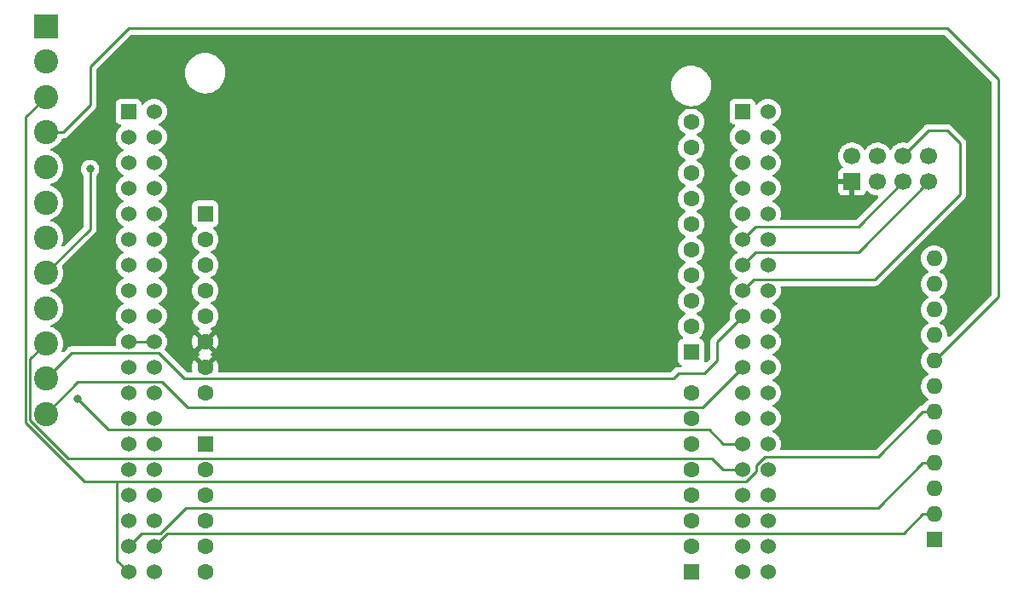
<source format=gbr>
%TF.GenerationSoftware,KiCad,Pcbnew,(6.0.11)*%
%TF.CreationDate,2023-03-02T21:27:35-06:00*%
%TF.ProjectId,STM,53544d2e-6b69-4636-9164-5f7063625858,rev?*%
%TF.SameCoordinates,Original*%
%TF.FileFunction,Copper,L1,Top*%
%TF.FilePolarity,Positive*%
%FSLAX46Y46*%
G04 Gerber Fmt 4.6, Leading zero omitted, Abs format (unit mm)*
G04 Created by KiCad (PCBNEW (6.0.11)) date 2023-03-02 21:27:35*
%MOMM*%
%LPD*%
G01*
G04 APERTURE LIST*
%TA.AperFunction,ComponentPad*%
%ADD10R,1.530000X1.530000*%
%TD*%
%TA.AperFunction,ComponentPad*%
%ADD11C,1.530000*%
%TD*%
%TA.AperFunction,ComponentPad*%
%ADD12R,1.605000X1.605000*%
%TD*%
%TA.AperFunction,ComponentPad*%
%ADD13C,1.605000*%
%TD*%
%TA.AperFunction,ComponentPad*%
%ADD14R,1.700000X1.700000*%
%TD*%
%TA.AperFunction,ComponentPad*%
%ADD15C,1.700000*%
%TD*%
%TA.AperFunction,ComponentPad*%
%ADD16O,1.600000X1.600000*%
%TD*%
%TA.AperFunction,ComponentPad*%
%ADD17R,1.600000X1.600000*%
%TD*%
%TA.AperFunction,ComponentPad*%
%ADD18R,2.400000X2.400000*%
%TD*%
%TA.AperFunction,ComponentPad*%
%ADD19C,2.400000*%
%TD*%
%TA.AperFunction,ViaPad*%
%ADD20C,0.800000*%
%TD*%
%TA.AperFunction,Conductor*%
%ADD21C,0.250000*%
%TD*%
G04 APERTURE END LIST*
D10*
%TO.P,U1,CN7_1,PC10*%
%TO.N,unconnected-(U1-PadCN7_1)*%
X67310000Y-90820000D03*
D11*
%TO.P,U1,CN7_37,PC3*%
%TO.N,Net-(RN1-Pad6)*%
X67310000Y-136540000D03*
%TO.P,U1,CN7_2,PC11*%
%TO.N,unconnected-(U1-PadCN7_2)*%
X69850000Y-90820000D03*
%TO.P,U1,CN7_3,PC12*%
%TO.N,unconnected-(U1-PadCN7_3)*%
X67310000Y-93360000D03*
%TO.P,U1,CN7_4,PD2*%
%TO.N,unconnected-(U1-PadCN7_4)*%
X69850000Y-93360000D03*
%TO.P,U1,CN7_5,VDD*%
%TO.N,unconnected-(U1-PadCN7_5)*%
X67310000Y-95900000D03*
%TO.P,U1,CN7_6,E5V*%
%TO.N,unconnected-(U1-PadCN7_6)*%
X69850000Y-95900000D03*
%TO.P,U1,CN7_7,BOOT0*%
%TO.N,unconnected-(U1-PadCN7_7)*%
X67310000Y-98440000D03*
%TO.P,U1,CN7_8,GND_S1*%
%TO.N,Net-(U1-PadCN7_19)*%
X69850000Y-98440000D03*
%TO.P,U1,CN7_9*%
%TO.N,N/C*%
X67310000Y-100980000D03*
%TO.P,U1,CN7_10*%
X69850000Y-100980000D03*
%TO.P,U1,CN7_11*%
X67310000Y-103520000D03*
%TO.P,U1,CN7_12,IOREF_S1*%
%TO.N,unconnected-(U1-PadCN7_12)*%
X69850000Y-103520000D03*
%TO.P,U1,CN7_13,PA13*%
%TO.N,unconnected-(U1-PadCN7_13)*%
X67310000Y-106060000D03*
%TO.P,U1,CN7_14,RESET_S1*%
%TO.N,unconnected-(U1-PadCN7_14)*%
X69850000Y-106060000D03*
%TO.P,U1,CN7_15,PA14*%
%TO.N,unconnected-(U1-PadCN7_15)*%
X67310000Y-108600000D03*
%TO.P,U1,CN7_16,+3V3_S1*%
%TO.N,unconnected-(U1-PadCN7_16)*%
X69850000Y-108600000D03*
%TO.P,U1,CN7_17,PA15*%
%TO.N,unconnected-(U1-PadCN7_17)*%
X67310000Y-111140000D03*
%TO.P,U1,CN7_18,+5V_S1*%
%TO.N,unconnected-(U1-PadCN7_18)*%
X69850000Y-111140000D03*
%TO.P,U1,CN7_19,GND_S1*%
%TO.N,Net-(U1-PadCN7_19)*%
X67310000Y-113680000D03*
%TO.P,U1,CN7_20,GND_S1*%
X69850000Y-113680000D03*
%TO.P,U1,CN7_21,PB7*%
%TO.N,unconnected-(U1-PadCN7_21)*%
X67310000Y-116220000D03*
%TO.P,U1,CN7_22,GND_S1*%
%TO.N,Net-(U1-PadCN7_19)*%
X69850000Y-116220000D03*
%TO.P,U1,CN7_23,PC13*%
%TO.N,unconnected-(U1-PadCN7_23)*%
X67310000Y-118760000D03*
%TO.P,U1,CN7_24,VIN_S1*%
%TO.N,unconnected-(U1-PadCN7_24)*%
X69850000Y-118760000D03*
%TO.P,U1,CN7_25,PC14*%
%TO.N,unconnected-(U1-PadCN7_25)*%
X67310000Y-121300000D03*
%TO.P,U1,CN7_26*%
%TO.N,N/C*%
X69850000Y-121300000D03*
%TO.P,U1,CN7_27,PC15*%
%TO.N,unconnected-(U1-PadCN7_27)*%
X67310000Y-123840000D03*
%TO.P,U1,CN7_28,PA0*%
%TO.N,Net-(J1-Pad5)*%
X69850000Y-123840000D03*
%TO.P,U1,CN7_29,PF0*%
%TO.N,unconnected-(U1-PadCN7_29)*%
X67310000Y-126380000D03*
%TO.P,U1,CN7_30,PA1*%
%TO.N,Net-(J1-Pad6)*%
X69850000Y-126380000D03*
%TO.P,U1,CN7_31,PF1*%
%TO.N,unconnected-(U1-PadCN7_31)*%
X67310000Y-128920000D03*
%TO.P,U1,CN7_32,PA4*%
%TO.N,Net-(U2-Pad4)*%
X69850000Y-128920000D03*
%TO.P,U1,CN7_33,VBAT*%
%TO.N,unconnected-(U1-PadCN7_33)*%
X67310000Y-131460000D03*
%TO.P,U1,CN7_34,PB0*%
%TO.N,unconnected-(U1-PadCN7_34)*%
X69850000Y-131460000D03*
%TO.P,U1,CN7_35,PC2*%
%TO.N,Net-(RN1-Pad4)*%
X67310000Y-134000000D03*
%TO.P,U1,CN7_36,PC1*%
%TO.N,Net-(RN1-Pad2)*%
X69850000Y-134000000D03*
%TO.P,U1,CN7_38,PC0*%
%TO.N,Net-(J1-Pad7)*%
X69850000Y-136540000D03*
D10*
%TO.P,U1,CN10_1,PC9*%
%TO.N,unconnected-(U1-PadCN10_1)*%
X128270000Y-90820000D03*
D11*
%TO.P,U1,CN10_37,PA3*%
%TO.N,Net-(U2-Pad3)*%
X128270000Y-136540000D03*
%TO.P,U1,CN10_2,PC8*%
%TO.N,unconnected-(U1-PadCN10_2)*%
X130810000Y-90820000D03*
%TO.P,U1,CN10_3,PB8*%
%TO.N,Net-(J1-Pad8)*%
X128270000Y-93360000D03*
%TO.P,U1,CN10_4,PC6*%
%TO.N,unconnected-(U1-PadCN10_4)*%
X130810000Y-93360000D03*
%TO.P,U1,CN10_5,PB9*%
%TO.N,unconnected-(U1-PadCN10_5)*%
X128270000Y-95900000D03*
%TO.P,U1,CN10_6,PC5*%
%TO.N,unconnected-(U1-PadCN10_6)*%
X130810000Y-95900000D03*
%TO.P,U1,CN10_7,AVDD*%
%TO.N,unconnected-(U1-PadCN10_7)*%
X128270000Y-98440000D03*
%TO.P,U1,CN10_8,U5V*%
%TO.N,unconnected-(U1-PadCN10_8)*%
X130810000Y-98440000D03*
%TO.P,U1,CN10_9,GND_S2*%
%TO.N,Net-(U1-PadCN10_20)*%
X128270000Y-100980000D03*
%TO.P,U1,CN10_10*%
%TO.N,N/C*%
X130810000Y-100980000D03*
%TO.P,U1,CN10_11,PA5*%
%TO.N,Net-(U2-Pad5)*%
X128270000Y-103520000D03*
%TO.P,U1,CN10_12,PA12*%
%TO.N,unconnected-(U1-PadCN10_12)*%
X130810000Y-103520000D03*
%TO.P,U1,CN10_13,PA6*%
%TO.N,Net-(U2-Pad7)*%
X128270000Y-106060000D03*
%TO.P,U1,CN10_14,PA11*%
%TO.N,unconnected-(U1-PadCN10_14)*%
X130810000Y-106060000D03*
%TO.P,U1,CN10_15,PA7*%
%TO.N,Net-(U2-Pad6)*%
X128270000Y-108600000D03*
%TO.P,U1,CN10_16,PB12*%
%TO.N,unconnected-(U1-PadCN10_16)*%
X130810000Y-108600000D03*
%TO.P,U1,CN10_17,PB6*%
%TO.N,Net-(J1-Pad11)*%
X128270000Y-111140000D03*
%TO.P,U1,CN10_18,PB11*%
%TO.N,unconnected-(U1-PadCN10_18)*%
X130810000Y-111140000D03*
%TO.P,U1,CN10_19,PC7*%
%TO.N,unconnected-(U1-PadCN10_19)*%
X128270000Y-113680000D03*
%TO.P,U1,CN10_20,GND_S2*%
%TO.N,Net-(U1-PadCN10_20)*%
X130810000Y-113680000D03*
%TO.P,U1,CN10_21,PA9*%
%TO.N,Net-(J1-Pad12)*%
X128270000Y-116220000D03*
%TO.P,U1,CN10_22,PB2*%
%TO.N,unconnected-(U1-PadCN10_22)*%
X130810000Y-116220000D03*
%TO.P,U1,CN10_23,PA8*%
%TO.N,unconnected-(U1-PadCN10_23)*%
X128270000Y-118760000D03*
%TO.P,U1,CN10_24,PB1*%
%TO.N,unconnected-(U1-PadCN10_24)*%
X130810000Y-118760000D03*
%TO.P,U1,CN10_25,PB10*%
%TO.N,unconnected-(U1-PadCN10_25)*%
X128270000Y-121300000D03*
%TO.P,U1,CN10_26,PB15*%
%TO.N,unconnected-(U1-PadCN10_26)*%
X130810000Y-121300000D03*
%TO.P,U1,CN10_27,PB4*%
%TO.N,Net-(J1-Pad9)*%
X128270000Y-123840000D03*
%TO.P,U1,CN10_28,PB14*%
%TO.N,unconnected-(U1-PadCN10_28)*%
X130810000Y-123840000D03*
%TO.P,U1,CN10_29,PB5*%
%TO.N,Net-(J1-Pad10)*%
X128270000Y-126380000D03*
%TO.P,U1,CN10_30,PB13*%
%TO.N,unconnected-(U1-PadCN10_30)*%
X130810000Y-126380000D03*
%TO.P,U1,CN10_31,PB3*%
%TO.N,unconnected-(U1-PadCN10_31)*%
X128270000Y-128920000D03*
%TO.P,U1,CN10_32,AGND*%
%TO.N,unconnected-(U1-PadCN10_32)*%
X130810000Y-128920000D03*
%TO.P,U1,CN10_33,PA10*%
%TO.N,unconnected-(U1-PadCN10_33)*%
X128270000Y-131460000D03*
%TO.P,U1,CN10_34,PC4*%
%TO.N,Net-(J1-Pad4)*%
X130810000Y-131460000D03*
%TO.P,U1,CN10_35,PA2*%
%TO.N,unconnected-(U1-PadCN10_35)*%
X128270000Y-134000000D03*
%TO.P,U1,CN10_36*%
%TO.N,N/C*%
X130810000Y-134000000D03*
%TO.P,U1,CN10_38*%
X130810000Y-136540000D03*
D12*
%TO.P,U1,CN6_1*%
X74930000Y-100980000D03*
D13*
%TO.P,U1,CN6_2,IOREF*%
%TO.N,unconnected-(U1-PadCN6_2)*%
X74930000Y-103520000D03*
%TO.P,U1,CN6_3,RESET*%
%TO.N,unconnected-(U1-PadCN6_3)*%
X74930000Y-106060000D03*
%TO.P,U1,CN6_4,+3V3*%
%TO.N,+3.3V*%
X74930000Y-108600000D03*
%TO.P,U1,CN6_5,+5V*%
%TO.N,unconnected-(U1-PadCN6_5)*%
X74930000Y-111140000D03*
%TO.P,U1,CN6_6,GND*%
%TO.N,GND*%
X74930000Y-113680000D03*
%TO.P,U1,CN6_7,GND*%
X74930000Y-116220000D03*
%TO.P,U1,CN6_8,VIN*%
%TO.N,unconnected-(U1-PadCN6_8)*%
X74930000Y-118760000D03*
D12*
%TO.P,U1,CN9_1*%
%TO.N,N/C*%
X123190000Y-136540000D03*
D13*
%TO.P,U1,CN9_2*%
X123190000Y-134000000D03*
%TO.P,U1,CN9_3*%
X123190000Y-131460000D03*
%TO.P,U1,CN9_4*%
X123190000Y-128920000D03*
%TO.P,U1,CN9_5*%
X123190000Y-126380000D03*
%TO.P,U1,CN9_6*%
X123190000Y-123840000D03*
%TO.P,U1,CN9_7*%
X123190000Y-121300000D03*
%TO.P,U1,CN9_8*%
X123190000Y-118760000D03*
D12*
%TO.P,U1,CN8_1*%
X74930000Y-123840000D03*
D13*
%TO.P,U1,CN8_2*%
X74930000Y-126380000D03*
%TO.P,U1,CN8_3*%
X74930000Y-128920000D03*
%TO.P,U1,CN8_4*%
X74930000Y-131460000D03*
%TO.P,U1,CN8_5*%
X74930000Y-134000000D03*
%TO.P,U1,CN8_6*%
X74930000Y-136540000D03*
D12*
%TO.P,U1,CN5_1*%
X123190000Y-114700000D03*
D13*
%TO.P,U1,CN5_2*%
X123190000Y-112160000D03*
%TO.P,U1,CN5_3*%
X123190000Y-109620000D03*
%TO.P,U1,CN5_4*%
X123190000Y-107080000D03*
%TO.P,U1,CN5_5*%
X123190000Y-104540000D03*
%TO.P,U1,CN5_6*%
X123190000Y-102000000D03*
%TO.P,U1,CN5_7*%
X123190000Y-99460000D03*
%TO.P,U1,CN5_8*%
X123190000Y-96920000D03*
%TO.P,U1,CN5_9*%
X123190000Y-94380000D03*
%TO.P,U1,CN5_10*%
X123190000Y-91840000D03*
%TD*%
D14*
%TO.P,U2,1,GND*%
%TO.N,GND*%
X139155000Y-97790000D03*
D15*
%TO.P,U2,2,VCC*%
%TO.N,+3.3V*%
X139155000Y-95250000D03*
%TO.P,U2,3,CE*%
%TO.N,Net-(U2-Pad3)*%
X141695000Y-97790000D03*
%TO.P,U2,4,~{CSN}*%
%TO.N,Net-(U2-Pad4)*%
X141695000Y-95250000D03*
%TO.P,U2,5,SCK*%
%TO.N,Net-(U2-Pad5)*%
X144235000Y-97790000D03*
%TO.P,U2,6,MOSI*%
%TO.N,Net-(U2-Pad6)*%
X144235000Y-95250000D03*
%TO.P,U2,7,MISO*%
%TO.N,Net-(U2-Pad7)*%
X146775000Y-97790000D03*
%TO.P,U2,8,IRQ*%
%TO.N,unconnected-(U2-Pad8)*%
X146775000Y-95250000D03*
%TD*%
D16*
%TO.P,RN1,12,R6.2*%
%TO.N,unconnected-(RN1-Pad12)*%
X147320000Y-105420000D03*
%TO.P,RN1,11,R6.1*%
%TO.N,unconnected-(RN1-Pad11)*%
X147320000Y-107960000D03*
%TO.P,RN1,10,R5.2*%
%TO.N,unconnected-(RN1-Pad10)*%
X147320000Y-110500000D03*
%TO.P,RN1,9,R5.1*%
%TO.N,unconnected-(RN1-Pad9)*%
X147320000Y-113040000D03*
%TO.P,RN1,8,R4.2*%
%TO.N,Net-(J1-Pad4)*%
X147320000Y-115580000D03*
%TO.P,RN1,7,R4.1*%
%TO.N,+3.3V*%
X147320000Y-118120000D03*
%TO.P,RN1,6,R3.2*%
%TO.N,Net-(RN1-Pad6)*%
X147320000Y-120660000D03*
%TO.P,RN1,5,R3.1*%
%TO.N,+3.3V*%
X147320000Y-123200000D03*
%TO.P,RN1,4,R2.2*%
%TO.N,Net-(RN1-Pad4)*%
X147320000Y-125740000D03*
%TO.P,RN1,3,R2.1*%
%TO.N,+3.3V*%
X147320000Y-128280000D03*
%TO.P,RN1,2,R1.2*%
%TO.N,Net-(RN1-Pad2)*%
X147320000Y-130820000D03*
D17*
%TO.P,RN1,1,R1.1*%
%TO.N,+3.3V*%
X147320000Y-133360000D03*
%TD*%
D18*
%TO.P,J1,1,Pin_1*%
%TO.N,Net-(RN1-Pad2)*%
X59120000Y-82350000D03*
D19*
%TO.P,J1,2,Pin_2*%
%TO.N,Net-(RN1-Pad4)*%
X59120000Y-85850000D03*
%TO.P,J1,3,Pin_3*%
%TO.N,Net-(RN1-Pad6)*%
X59120000Y-89350000D03*
%TO.P,J1,4,Pin_4*%
%TO.N,Net-(J1-Pad4)*%
X59120000Y-92850000D03*
%TO.P,J1,5,Pin_5*%
%TO.N,Net-(J1-Pad5)*%
X59120000Y-96350000D03*
%TO.P,J1,6,Pin_6*%
%TO.N,Net-(J1-Pad6)*%
X59120000Y-99850000D03*
%TO.P,J1,7,Pin_7*%
%TO.N,Net-(J1-Pad7)*%
X59120000Y-103350000D03*
%TO.P,J1,8,Pin_8*%
%TO.N,Net-(J1-Pad8)*%
X59120000Y-106850000D03*
%TO.P,J1,9,Pin_9*%
%TO.N,Net-(J1-Pad9)*%
X59120000Y-110350000D03*
%TO.P,J1,10,Pin_10*%
%TO.N,Net-(J1-Pad10)*%
X59120000Y-113850000D03*
%TO.P,J1,11,Pin_11*%
%TO.N,Net-(J1-Pad11)*%
X59120000Y-117350000D03*
%TO.P,J1,12,Pin_12*%
%TO.N,Net-(J1-Pad12)*%
X59120000Y-120850000D03*
%TD*%
D20*
%TO.N,Net-(J1-Pad8)*%
X63500000Y-96520000D03*
%TO.N,Net-(J1-Pad9)*%
X62230000Y-119380000D03*
%TD*%
D21*
%TO.N,Net-(J1-Pad11)*%
X61700000Y-114770000D02*
X59120000Y-117350000D01*
X72878993Y-117347500D02*
X70301493Y-114770000D01*
X121412500Y-117347500D02*
X72878993Y-117347500D01*
X121920000Y-116840000D02*
X121412500Y-117347500D01*
X70301493Y-114770000D02*
X61700000Y-114770000D01*
X124460000Y-116840000D02*
X121920000Y-116840000D01*
X125730000Y-115570000D02*
X124460000Y-116840000D01*
X125730000Y-113680000D02*
X125730000Y-115570000D01*
X128270000Y-111140000D02*
X125730000Y-113680000D01*
%TO.N,Net-(J1-Pad12)*%
X62300000Y-117670000D02*
X59120000Y-120850000D01*
X70680000Y-117670000D02*
X62300000Y-117670000D01*
X73182500Y-120172500D02*
X70680000Y-117670000D01*
X124317500Y-120172500D02*
X73182500Y-120172500D01*
X128270000Y-116220000D02*
X124317500Y-120172500D01*
%TO.N,Net-(J1-Pad9)*%
X65277500Y-122427500D02*
X62230000Y-119380000D01*
X124967500Y-122427500D02*
X65277500Y-122427500D01*
X126380000Y-123840000D02*
X124967500Y-122427500D01*
X128270000Y-123840000D02*
X126380000Y-123840000D01*
%TO.N,Net-(J1-Pad10)*%
X57549900Y-115420100D02*
X59120000Y-113850000D01*
X57549900Y-121436576D02*
X57549900Y-115420100D01*
X125252500Y-125252500D02*
X61365824Y-125252500D01*
X126380000Y-126380000D02*
X125252500Y-125252500D01*
X128270000Y-126380000D02*
X126380000Y-126380000D01*
X61365824Y-125252500D02*
X57549900Y-121436576D01*
%TO.N,Net-(J1-Pad4)*%
X60820000Y-92850000D02*
X59120000Y-92850000D01*
X63500000Y-86360000D02*
X63500000Y-90170000D01*
X67310000Y-82550000D02*
X63500000Y-86360000D01*
X148590000Y-82550000D02*
X67310000Y-82550000D01*
X153670000Y-87630000D02*
X148590000Y-82550000D01*
X153670000Y-109230000D02*
X153670000Y-87630000D01*
X147320000Y-115580000D02*
X153670000Y-109230000D01*
X63500000Y-90170000D02*
X60820000Y-92850000D01*
%TO.N,Net-(J1-Pad8)*%
X63500000Y-96520000D02*
X63500000Y-102470000D01*
X63500000Y-102470000D02*
X59120000Y-106850000D01*
%TO.N,Net-(U2-Pad6)*%
X129360000Y-107510000D02*
X128270000Y-108600000D01*
X149860000Y-99060000D02*
X141410000Y-107510000D01*
X141410000Y-107510000D02*
X129360000Y-107510000D01*
X149860000Y-93980000D02*
X149860000Y-99060000D01*
X148590000Y-92710000D02*
X149860000Y-93980000D01*
X146775000Y-92710000D02*
X148590000Y-92710000D01*
X144235000Y-95250000D02*
X146775000Y-92710000D01*
%TO.N,Net-(U2-Pad7)*%
X129540000Y-104790000D02*
X128270000Y-106060000D01*
X139775000Y-104790000D02*
X129540000Y-104790000D01*
X146775000Y-97790000D02*
X139775000Y-104790000D01*
%TO.N,Net-(U2-Pad5)*%
X129540000Y-102250000D02*
X128270000Y-103520000D01*
X139775000Y-102250000D02*
X129540000Y-102250000D01*
X144235000Y-97790000D02*
X139775000Y-102250000D01*
%TO.N,Net-(U1-PadCN7_19)*%
X69850000Y-113680000D02*
X67310000Y-113680000D01*
%TO.N,Net-(RN1-Pad6)*%
X147320000Y-120660000D02*
X146194900Y-120660000D01*
X141744900Y-125110000D02*
X146194900Y-120660000D01*
X130529300Y-125110000D02*
X141744900Y-125110000D01*
X129665700Y-125973600D02*
X130529300Y-125110000D01*
X129665700Y-126549100D02*
X129665700Y-125973600D01*
X128664200Y-127550600D02*
X129665700Y-126549100D01*
X66193300Y-127550600D02*
X128664200Y-127550600D01*
X62952000Y-127550600D02*
X66193300Y-127550600D01*
X57099900Y-121698500D02*
X62952000Y-127550600D01*
X57099900Y-91370100D02*
X57099900Y-121698500D01*
X59120000Y-89350000D02*
X57099900Y-91370100D01*
X66193300Y-135423300D02*
X67310000Y-136540000D01*
X66193300Y-127550600D02*
X66193300Y-135423300D01*
%TO.N,Net-(RN1-Pad4)*%
X68580000Y-132730000D02*
X67310000Y-134000000D01*
X70483300Y-132730000D02*
X68580000Y-132730000D01*
X73023300Y-130190000D02*
X70483300Y-132730000D01*
X141744900Y-130190000D02*
X73023300Y-130190000D01*
X146194900Y-125740000D02*
X141744900Y-130190000D01*
X147320000Y-125740000D02*
X146194900Y-125740000D01*
%TO.N,Net-(RN1-Pad2)*%
X71120000Y-132730000D02*
X69850000Y-134000000D01*
X144284900Y-132730000D02*
X71120000Y-132730000D01*
X146194900Y-130820000D02*
X144284900Y-132730000D01*
X147320000Y-130820000D02*
X146194900Y-130820000D01*
%TD*%
%TA.AperFunction,Conductor*%
%TO.N,GND*%
G36*
X148343527Y-83203502D02*
G01*
X148364501Y-83220405D01*
X152999595Y-87855500D01*
X153033621Y-87917812D01*
X153036500Y-87944595D01*
X153036500Y-108915406D01*
X153016498Y-108983527D01*
X152999595Y-109004501D01*
X148846589Y-113157506D01*
X148784277Y-113191532D01*
X148713461Y-113186467D01*
X148656626Y-113143920D01*
X148631815Y-113077400D01*
X148631974Y-113057428D01*
X148633019Y-113045485D01*
X148633019Y-113045475D01*
X148633498Y-113040000D01*
X148613543Y-112811913D01*
X148559467Y-112610099D01*
X148555707Y-112596067D01*
X148555706Y-112596065D01*
X148554284Y-112590757D01*
X148551956Y-112585765D01*
X148459849Y-112388238D01*
X148459846Y-112388233D01*
X148457523Y-112383251D01*
X148359947Y-112243898D01*
X148329357Y-112200211D01*
X148329355Y-112200208D01*
X148326198Y-112195700D01*
X148164300Y-112033802D01*
X148159792Y-112030645D01*
X148159789Y-112030643D01*
X148054910Y-111957206D01*
X147976749Y-111902477D01*
X147971767Y-111900154D01*
X147971762Y-111900151D01*
X147937543Y-111884195D01*
X147884258Y-111837278D01*
X147864797Y-111769001D01*
X147885339Y-111701041D01*
X147937543Y-111655805D01*
X147971762Y-111639849D01*
X147971767Y-111639846D01*
X147976749Y-111637523D01*
X148137918Y-111524671D01*
X148159789Y-111509357D01*
X148159792Y-111509355D01*
X148164300Y-111506198D01*
X148326198Y-111344300D01*
X148350082Y-111310191D01*
X148402301Y-111235614D01*
X148457523Y-111156749D01*
X148459846Y-111151767D01*
X148459849Y-111151762D01*
X148551961Y-110954225D01*
X148551961Y-110954224D01*
X148554284Y-110949243D01*
X148561184Y-110923494D01*
X148612119Y-110733402D01*
X148612119Y-110733400D01*
X148613543Y-110728087D01*
X148633498Y-110500000D01*
X148613543Y-110271913D01*
X148582901Y-110157557D01*
X148555707Y-110056067D01*
X148555706Y-110056065D01*
X148554284Y-110050757D01*
X148530758Y-110000304D01*
X148459849Y-109848238D01*
X148459846Y-109848233D01*
X148457523Y-109843251D01*
X148326198Y-109655700D01*
X148164300Y-109493802D01*
X148159792Y-109490645D01*
X148159789Y-109490643D01*
X148041969Y-109408145D01*
X147976749Y-109362477D01*
X147971767Y-109360154D01*
X147971762Y-109360151D01*
X147937543Y-109344195D01*
X147884258Y-109297278D01*
X147864797Y-109229001D01*
X147885339Y-109161041D01*
X147937543Y-109115805D01*
X147971762Y-109099849D01*
X147971767Y-109099846D01*
X147976749Y-109097523D01*
X148089572Y-109018523D01*
X148159789Y-108969357D01*
X148159792Y-108969355D01*
X148164300Y-108966198D01*
X148326198Y-108804300D01*
X148350082Y-108770191D01*
X148454366Y-108621257D01*
X148457523Y-108616749D01*
X148459846Y-108611767D01*
X148459849Y-108611762D01*
X148551961Y-108414225D01*
X148551961Y-108414224D01*
X148554284Y-108409243D01*
X148561184Y-108383494D01*
X148612119Y-108193402D01*
X148612119Y-108193400D01*
X148613543Y-108188087D01*
X148633498Y-107960000D01*
X148613543Y-107731913D01*
X148582901Y-107617557D01*
X148555707Y-107516067D01*
X148555706Y-107516065D01*
X148554284Y-107510757D01*
X148530758Y-107460304D01*
X148459849Y-107308238D01*
X148459846Y-107308233D01*
X148457523Y-107303251D01*
X148326198Y-107115700D01*
X148164300Y-106953802D01*
X148159792Y-106950645D01*
X148159789Y-106950643D01*
X148061352Y-106881717D01*
X147976749Y-106822477D01*
X147971767Y-106820154D01*
X147971762Y-106820151D01*
X147937543Y-106804195D01*
X147884258Y-106757278D01*
X147864797Y-106689001D01*
X147885339Y-106621041D01*
X147937543Y-106575805D01*
X147971762Y-106559849D01*
X147971767Y-106559846D01*
X147976749Y-106557523D01*
X148081611Y-106484098D01*
X148159789Y-106429357D01*
X148159792Y-106429355D01*
X148164300Y-106426198D01*
X148326198Y-106264300D01*
X148350082Y-106230191D01*
X148454366Y-106081257D01*
X148457523Y-106076749D01*
X148459846Y-106071767D01*
X148459849Y-106071762D01*
X148551961Y-105874225D01*
X148551961Y-105874224D01*
X148554284Y-105869243D01*
X148560725Y-105845207D01*
X148612119Y-105653402D01*
X148612119Y-105653400D01*
X148613543Y-105648087D01*
X148633498Y-105420000D01*
X148613543Y-105191913D01*
X148611435Y-105184047D01*
X148555707Y-104976067D01*
X148555706Y-104976065D01*
X148554284Y-104970757D01*
X148544874Y-104950577D01*
X148459849Y-104768238D01*
X148459846Y-104768233D01*
X148457523Y-104763251D01*
X148326198Y-104575700D01*
X148164300Y-104413802D01*
X148159792Y-104410645D01*
X148159789Y-104410643D01*
X148054910Y-104337206D01*
X147976749Y-104282477D01*
X147971767Y-104280154D01*
X147971762Y-104280151D01*
X147774225Y-104188039D01*
X147774224Y-104188039D01*
X147769243Y-104185716D01*
X147763935Y-104184294D01*
X147763933Y-104184293D01*
X147553402Y-104127881D01*
X147553400Y-104127881D01*
X147548087Y-104126457D01*
X147320000Y-104106502D01*
X147091913Y-104126457D01*
X147086600Y-104127881D01*
X147086598Y-104127881D01*
X146876067Y-104184293D01*
X146876065Y-104184294D01*
X146870757Y-104185716D01*
X146865776Y-104188039D01*
X146865775Y-104188039D01*
X146668238Y-104280151D01*
X146668233Y-104280154D01*
X146663251Y-104282477D01*
X146585090Y-104337206D01*
X146480211Y-104410643D01*
X146480208Y-104410645D01*
X146475700Y-104413802D01*
X146313802Y-104575700D01*
X146182477Y-104763251D01*
X146180154Y-104768233D01*
X146180151Y-104768238D01*
X146095126Y-104950577D01*
X146085716Y-104970757D01*
X146084294Y-104976065D01*
X146084293Y-104976067D01*
X146028565Y-105184047D01*
X146026457Y-105191913D01*
X146006502Y-105420000D01*
X146026457Y-105648087D01*
X146027881Y-105653400D01*
X146027881Y-105653402D01*
X146079276Y-105845207D01*
X146085716Y-105869243D01*
X146088039Y-105874224D01*
X146088039Y-105874225D01*
X146180151Y-106071762D01*
X146180154Y-106071767D01*
X146182477Y-106076749D01*
X146185634Y-106081257D01*
X146289919Y-106230191D01*
X146313802Y-106264300D01*
X146475700Y-106426198D01*
X146480208Y-106429355D01*
X146480211Y-106429357D01*
X146558389Y-106484098D01*
X146663251Y-106557523D01*
X146668233Y-106559846D01*
X146668238Y-106559849D01*
X146702457Y-106575805D01*
X146755742Y-106622722D01*
X146775203Y-106690999D01*
X146754661Y-106758959D01*
X146702457Y-106804195D01*
X146668238Y-106820151D01*
X146668233Y-106820154D01*
X146663251Y-106822477D01*
X146578648Y-106881717D01*
X146480211Y-106950643D01*
X146480208Y-106950645D01*
X146475700Y-106953802D01*
X146313802Y-107115700D01*
X146182477Y-107303251D01*
X146180154Y-107308233D01*
X146180151Y-107308238D01*
X146109242Y-107460304D01*
X146085716Y-107510757D01*
X146084294Y-107516065D01*
X146084293Y-107516067D01*
X146057099Y-107617557D01*
X146026457Y-107731913D01*
X146006502Y-107960000D01*
X146026457Y-108188087D01*
X146027881Y-108193400D01*
X146027881Y-108193402D01*
X146078817Y-108383494D01*
X146085716Y-108409243D01*
X146088039Y-108414224D01*
X146088039Y-108414225D01*
X146180151Y-108611762D01*
X146180154Y-108611767D01*
X146182477Y-108616749D01*
X146185634Y-108621257D01*
X146289919Y-108770191D01*
X146313802Y-108804300D01*
X146475700Y-108966198D01*
X146480208Y-108969355D01*
X146480211Y-108969357D01*
X146550428Y-109018523D01*
X146663251Y-109097523D01*
X146668233Y-109099846D01*
X146668238Y-109099849D01*
X146702457Y-109115805D01*
X146755742Y-109162722D01*
X146775203Y-109230999D01*
X146754661Y-109298959D01*
X146702457Y-109344195D01*
X146668238Y-109360151D01*
X146668233Y-109360154D01*
X146663251Y-109362477D01*
X146598031Y-109408145D01*
X146480211Y-109490643D01*
X146480208Y-109490645D01*
X146475700Y-109493802D01*
X146313802Y-109655700D01*
X146182477Y-109843251D01*
X146180154Y-109848233D01*
X146180151Y-109848238D01*
X146109242Y-110000304D01*
X146085716Y-110050757D01*
X146084294Y-110056065D01*
X146084293Y-110056067D01*
X146057099Y-110157557D01*
X146026457Y-110271913D01*
X146006502Y-110500000D01*
X146026457Y-110728087D01*
X146027881Y-110733400D01*
X146027881Y-110733402D01*
X146078817Y-110923494D01*
X146085716Y-110949243D01*
X146088039Y-110954224D01*
X146088039Y-110954225D01*
X146180151Y-111151762D01*
X146180154Y-111151767D01*
X146182477Y-111156749D01*
X146237699Y-111235614D01*
X146289919Y-111310191D01*
X146313802Y-111344300D01*
X146475700Y-111506198D01*
X146480208Y-111509355D01*
X146480211Y-111509357D01*
X146502082Y-111524671D01*
X146663251Y-111637523D01*
X146668233Y-111639846D01*
X146668238Y-111639849D01*
X146702457Y-111655805D01*
X146755742Y-111702722D01*
X146775203Y-111770999D01*
X146754661Y-111838959D01*
X146702457Y-111884195D01*
X146668238Y-111900151D01*
X146668233Y-111900154D01*
X146663251Y-111902477D01*
X146585090Y-111957206D01*
X146480211Y-112030643D01*
X146480208Y-112030645D01*
X146475700Y-112033802D01*
X146313802Y-112195700D01*
X146310645Y-112200208D01*
X146310643Y-112200211D01*
X146280053Y-112243898D01*
X146182477Y-112383251D01*
X146180154Y-112388233D01*
X146180151Y-112388238D01*
X146088044Y-112585765D01*
X146085716Y-112590757D01*
X146084294Y-112596065D01*
X146084293Y-112596067D01*
X146080533Y-112610099D01*
X146026457Y-112811913D01*
X146006502Y-113040000D01*
X146026457Y-113268087D01*
X146027881Y-113273400D01*
X146027881Y-113273402D01*
X146078817Y-113463494D01*
X146085716Y-113489243D01*
X146088039Y-113494224D01*
X146088039Y-113494225D01*
X146180151Y-113691762D01*
X146180154Y-113691767D01*
X146182477Y-113696749D01*
X146313802Y-113884300D01*
X146475700Y-114046198D01*
X146480208Y-114049355D01*
X146480211Y-114049357D01*
X146558389Y-114104098D01*
X146663251Y-114177523D01*
X146668233Y-114179846D01*
X146668238Y-114179849D01*
X146702457Y-114195805D01*
X146755742Y-114242722D01*
X146775203Y-114310999D01*
X146754661Y-114378959D01*
X146702457Y-114424195D01*
X146668238Y-114440151D01*
X146668233Y-114440154D01*
X146663251Y-114442477D01*
X146644727Y-114455448D01*
X146480211Y-114570643D01*
X146480208Y-114570645D01*
X146475700Y-114573802D01*
X146313802Y-114735700D01*
X146310645Y-114740208D01*
X146310643Y-114740211D01*
X146280024Y-114783940D01*
X146182477Y-114923251D01*
X146180154Y-114928233D01*
X146180151Y-114928238D01*
X146088039Y-115125775D01*
X146085716Y-115130757D01*
X146084294Y-115136065D01*
X146084293Y-115136067D01*
X146038332Y-115307595D01*
X146026457Y-115351913D01*
X146006502Y-115580000D01*
X146026457Y-115808087D01*
X146027881Y-115813400D01*
X146027881Y-115813402D01*
X146078817Y-116003494D01*
X146085716Y-116029243D01*
X146088039Y-116034224D01*
X146088039Y-116034225D01*
X146180151Y-116231762D01*
X146180154Y-116231767D01*
X146182477Y-116236749D01*
X146216340Y-116285110D01*
X146308952Y-116417373D01*
X146313802Y-116424300D01*
X146475700Y-116586198D01*
X146480208Y-116589355D01*
X146480211Y-116589357D01*
X146492028Y-116597631D01*
X146663251Y-116717523D01*
X146668233Y-116719846D01*
X146668238Y-116719849D01*
X146702457Y-116735805D01*
X146755742Y-116782722D01*
X146775203Y-116850999D01*
X146754661Y-116918959D01*
X146702457Y-116964195D01*
X146668238Y-116980151D01*
X146668233Y-116980154D01*
X146663251Y-116982477D01*
X146564639Y-117051526D01*
X146480211Y-117110643D01*
X146480208Y-117110645D01*
X146475700Y-117113802D01*
X146313802Y-117275700D01*
X146182477Y-117463251D01*
X146180154Y-117468233D01*
X146180151Y-117468238D01*
X146109242Y-117620304D01*
X146085716Y-117670757D01*
X146084294Y-117676065D01*
X146084293Y-117676067D01*
X146040978Y-117837721D01*
X146026457Y-117891913D01*
X146006502Y-118120000D01*
X146026457Y-118348087D01*
X146027881Y-118353400D01*
X146027881Y-118353402D01*
X146078817Y-118543494D01*
X146085716Y-118569243D01*
X146088039Y-118574224D01*
X146088039Y-118574225D01*
X146180151Y-118771762D01*
X146180154Y-118771767D01*
X146182477Y-118776749D01*
X146225469Y-118838148D01*
X146283617Y-118921191D01*
X146313802Y-118964300D01*
X146475700Y-119126198D01*
X146480208Y-119129355D01*
X146480211Y-119129357D01*
X146512323Y-119151842D01*
X146663251Y-119257523D01*
X146668233Y-119259846D01*
X146668238Y-119259849D01*
X146702457Y-119275805D01*
X146755742Y-119322722D01*
X146775203Y-119390999D01*
X146754661Y-119458959D01*
X146702457Y-119504195D01*
X146668238Y-119520151D01*
X146668233Y-119520154D01*
X146663251Y-119522477D01*
X146639654Y-119539000D01*
X146480211Y-119650643D01*
X146480208Y-119650645D01*
X146475700Y-119653802D01*
X146313802Y-119815700D01*
X146310645Y-119820208D01*
X146310643Y-119820211D01*
X146242910Y-119916944D01*
X146211873Y-119961270D01*
X146201966Y-119975418D01*
X146146509Y-120019746D01*
X146110693Y-120027383D01*
X146110765Y-120027838D01*
X146102937Y-120029078D01*
X146095010Y-120029327D01*
X146077644Y-120034372D01*
X146075558Y-120034978D01*
X146056206Y-120038986D01*
X146049135Y-120039880D01*
X146036103Y-120041526D01*
X146028734Y-120044443D01*
X146028732Y-120044444D01*
X145994997Y-120057800D01*
X145983769Y-120061645D01*
X145941307Y-120073982D01*
X145934485Y-120078016D01*
X145934479Y-120078019D01*
X145923868Y-120084294D01*
X145906118Y-120092990D01*
X145894656Y-120097528D01*
X145894651Y-120097531D01*
X145887283Y-120100448D01*
X145880868Y-120105109D01*
X145851525Y-120126427D01*
X145841607Y-120132943D01*
X145822919Y-120143995D01*
X145803537Y-120155458D01*
X145789213Y-120169782D01*
X145774181Y-120182621D01*
X145757793Y-120194528D01*
X145729612Y-120228593D01*
X145721622Y-120237373D01*
X141519400Y-124439595D01*
X141457088Y-124473621D01*
X141430305Y-124476500D01*
X132116128Y-124476500D01*
X132048007Y-124456498D01*
X132001514Y-124402842D01*
X131991410Y-124332568D01*
X132001933Y-124297250D01*
X132008947Y-124282209D01*
X132008947Y-124282208D01*
X132011270Y-124277227D01*
X132023323Y-124232247D01*
X132031346Y-124202301D01*
X132068944Y-124061986D01*
X132088365Y-123840000D01*
X132068944Y-123618014D01*
X132011270Y-123402773D01*
X131965805Y-123305273D01*
X131919423Y-123205805D01*
X131919420Y-123205800D01*
X131917097Y-123200818D01*
X131810461Y-123048527D01*
X131792443Y-123022794D01*
X131792441Y-123022791D01*
X131789284Y-123018283D01*
X131631717Y-122860716D01*
X131602051Y-122839943D01*
X131482264Y-122756067D01*
X131449183Y-122732903D01*
X131444201Y-122730580D01*
X131444196Y-122730577D01*
X131344728Y-122684195D01*
X131291443Y-122637278D01*
X131271982Y-122569001D01*
X131292524Y-122501041D01*
X131344728Y-122455805D01*
X131444196Y-122409423D01*
X131444201Y-122409420D01*
X131449183Y-122407097D01*
X131631717Y-122279284D01*
X131789284Y-122121717D01*
X131796651Y-122111197D01*
X131875240Y-121998959D01*
X131917097Y-121939182D01*
X131919420Y-121934200D01*
X131919423Y-121934195D01*
X132008947Y-121742209D01*
X132008948Y-121742208D01*
X132011270Y-121737227D01*
X132019540Y-121706365D01*
X132037748Y-121638409D01*
X132068944Y-121521986D01*
X132088365Y-121300000D01*
X132068944Y-121078014D01*
X132011270Y-120862773D01*
X132008947Y-120857791D01*
X131919423Y-120665805D01*
X131919420Y-120665800D01*
X131917097Y-120660818D01*
X131789284Y-120478283D01*
X131631717Y-120320716D01*
X131449183Y-120192903D01*
X131444201Y-120190580D01*
X131444196Y-120190577D01*
X131344728Y-120144195D01*
X131291443Y-120097278D01*
X131271982Y-120029001D01*
X131292524Y-119961041D01*
X131344728Y-119915805D01*
X131444196Y-119869423D01*
X131444201Y-119869420D01*
X131449183Y-119867097D01*
X131614191Y-119751556D01*
X131627206Y-119742443D01*
X131627208Y-119742441D01*
X131631717Y-119739284D01*
X131789284Y-119581717D01*
X131830765Y-119522477D01*
X131875240Y-119458959D01*
X131917097Y-119399182D01*
X131919420Y-119394200D01*
X131919423Y-119394195D01*
X132008947Y-119202209D01*
X132008948Y-119202208D01*
X132011270Y-119197227D01*
X132014870Y-119183794D01*
X132051776Y-119046058D01*
X132068944Y-118981986D01*
X132088365Y-118760000D01*
X132068944Y-118538014D01*
X132030480Y-118394465D01*
X132012693Y-118328083D01*
X132012692Y-118328081D01*
X132011270Y-118322773D01*
X132007743Y-118315209D01*
X131919423Y-118125805D01*
X131919420Y-118125800D01*
X131917097Y-118120818D01*
X131820737Y-117983202D01*
X131792443Y-117942794D01*
X131792441Y-117942791D01*
X131789284Y-117938283D01*
X131631717Y-117780716D01*
X131602051Y-117759943D01*
X131520318Y-117702713D01*
X131449183Y-117652903D01*
X131444201Y-117650580D01*
X131444196Y-117650577D01*
X131344728Y-117604195D01*
X131291443Y-117557278D01*
X131271982Y-117489001D01*
X131292524Y-117421041D01*
X131344728Y-117375805D01*
X131444196Y-117329423D01*
X131444201Y-117329420D01*
X131449183Y-117327097D01*
X131569038Y-117243173D01*
X131627206Y-117202443D01*
X131627208Y-117202441D01*
X131631717Y-117199284D01*
X131789284Y-117041717D01*
X131792584Y-117037005D01*
X131845528Y-116961392D01*
X131917097Y-116859182D01*
X131919420Y-116854200D01*
X131919423Y-116854195D01*
X132008947Y-116662209D01*
X132008948Y-116662208D01*
X132011270Y-116657227D01*
X132019540Y-116626365D01*
X132034624Y-116570068D01*
X132068944Y-116441986D01*
X132088365Y-116220000D01*
X132068944Y-115998014D01*
X132016339Y-115801690D01*
X132012693Y-115788083D01*
X132012692Y-115788081D01*
X132011270Y-115782773D01*
X132003022Y-115765085D01*
X131919423Y-115585805D01*
X131919420Y-115585800D01*
X131917097Y-115580818D01*
X131806754Y-115423232D01*
X131792443Y-115402794D01*
X131792441Y-115402791D01*
X131789284Y-115398283D01*
X131631717Y-115240716D01*
X131449183Y-115112903D01*
X131444201Y-115110580D01*
X131444196Y-115110577D01*
X131344728Y-115064195D01*
X131291443Y-115017278D01*
X131271982Y-114949001D01*
X131292524Y-114881041D01*
X131344728Y-114835805D01*
X131444196Y-114789423D01*
X131444201Y-114789420D01*
X131449183Y-114787097D01*
X131584906Y-114692062D01*
X131627206Y-114662443D01*
X131627208Y-114662441D01*
X131631717Y-114659284D01*
X131789284Y-114501717D01*
X131830765Y-114442477D01*
X131845528Y-114421392D01*
X131917097Y-114319182D01*
X131919420Y-114314200D01*
X131919423Y-114314195D01*
X132008947Y-114122209D01*
X132008948Y-114122208D01*
X132011270Y-114117227D01*
X132068944Y-113901986D01*
X132088365Y-113680000D01*
X132068944Y-113458014D01*
X132011270Y-113242773D01*
X131978863Y-113173275D01*
X131919423Y-113045805D01*
X131919420Y-113045800D01*
X131917097Y-113040818D01*
X131789284Y-112858283D01*
X131631717Y-112700716D01*
X131625247Y-112696185D01*
X131532817Y-112631465D01*
X131449183Y-112572903D01*
X131444201Y-112570580D01*
X131444196Y-112570577D01*
X131344728Y-112524195D01*
X131291443Y-112477278D01*
X131271982Y-112409001D01*
X131292524Y-112341041D01*
X131344728Y-112295805D01*
X131444196Y-112249423D01*
X131444201Y-112249420D01*
X131449183Y-112247097D01*
X131581388Y-112154525D01*
X131627206Y-112122443D01*
X131627208Y-112122441D01*
X131631717Y-112119284D01*
X131789284Y-111961717D01*
X131814180Y-111926163D01*
X131875240Y-111838959D01*
X131917097Y-111779182D01*
X131919420Y-111774200D01*
X131919423Y-111774195D01*
X132008947Y-111582209D01*
X132008948Y-111582208D01*
X132011270Y-111577227D01*
X132016188Y-111558875D01*
X132062885Y-111384597D01*
X132068944Y-111361986D01*
X132088365Y-111140000D01*
X132068944Y-110918014D01*
X132011270Y-110702773D01*
X131990148Y-110657477D01*
X131919423Y-110505805D01*
X131919420Y-110505800D01*
X131917097Y-110500818D01*
X131789284Y-110318283D01*
X131631717Y-110160716D01*
X131596097Y-110135774D01*
X131533874Y-110092205D01*
X131449183Y-110032903D01*
X131444201Y-110030580D01*
X131444196Y-110030577D01*
X131344728Y-109984195D01*
X131291443Y-109937278D01*
X131271982Y-109869001D01*
X131292524Y-109801041D01*
X131344728Y-109755805D01*
X131444196Y-109709423D01*
X131444201Y-109709420D01*
X131449183Y-109707097D01*
X131573569Y-109620000D01*
X131627206Y-109582443D01*
X131627208Y-109582441D01*
X131631717Y-109579284D01*
X131789284Y-109421717D01*
X131793694Y-109415420D01*
X131875240Y-109298959D01*
X131917097Y-109239182D01*
X131919420Y-109234200D01*
X131919423Y-109234195D01*
X132008947Y-109042209D01*
X132008948Y-109042208D01*
X132011270Y-109037227D01*
X132068944Y-108821986D01*
X132088365Y-108600000D01*
X132068944Y-108378014D01*
X132049415Y-108305131D01*
X132048606Y-108302111D01*
X132050296Y-108231134D01*
X132090090Y-108172339D01*
X132155355Y-108144391D01*
X132170313Y-108143500D01*
X141331233Y-108143500D01*
X141342416Y-108144027D01*
X141349909Y-108145702D01*
X141357835Y-108145453D01*
X141357836Y-108145453D01*
X141417986Y-108143562D01*
X141421945Y-108143500D01*
X141449856Y-108143500D01*
X141453791Y-108143003D01*
X141453856Y-108142995D01*
X141465693Y-108142062D01*
X141497951Y-108141048D01*
X141501970Y-108140922D01*
X141509889Y-108140673D01*
X141529343Y-108135021D01*
X141548700Y-108131013D01*
X141560930Y-108129468D01*
X141560931Y-108129468D01*
X141568797Y-108128474D01*
X141576168Y-108125555D01*
X141576170Y-108125555D01*
X141609912Y-108112196D01*
X141621142Y-108108351D01*
X141655983Y-108098229D01*
X141655984Y-108098229D01*
X141663593Y-108096018D01*
X141670412Y-108091985D01*
X141670417Y-108091983D01*
X141681028Y-108085707D01*
X141698776Y-108077012D01*
X141717617Y-108069552D01*
X141753387Y-108043564D01*
X141763307Y-108037048D01*
X141794535Y-108018580D01*
X141794538Y-108018578D01*
X141801362Y-108014542D01*
X141815683Y-108000221D01*
X141830717Y-107987380D01*
X141840694Y-107980131D01*
X141847107Y-107975472D01*
X141875298Y-107941395D01*
X141883288Y-107932616D01*
X150252247Y-99563657D01*
X150260537Y-99556113D01*
X150267018Y-99552000D01*
X150313659Y-99502332D01*
X150316413Y-99499491D01*
X150336135Y-99479769D01*
X150338612Y-99476576D01*
X150346317Y-99467555D01*
X150371159Y-99441100D01*
X150376586Y-99435321D01*
X150380407Y-99428371D01*
X150386346Y-99417568D01*
X150397202Y-99401041D01*
X150404757Y-99391302D01*
X150404758Y-99391300D01*
X150409614Y-99385040D01*
X150427174Y-99344460D01*
X150432391Y-99333812D01*
X150449875Y-99302009D01*
X150449876Y-99302007D01*
X150453695Y-99295060D01*
X150458733Y-99275437D01*
X150465137Y-99256734D01*
X150470033Y-99245420D01*
X150470033Y-99245419D01*
X150473181Y-99238145D01*
X150474420Y-99230322D01*
X150474423Y-99230312D01*
X150480099Y-99194476D01*
X150482505Y-99182856D01*
X150491528Y-99147711D01*
X150491528Y-99147710D01*
X150493500Y-99140030D01*
X150493500Y-99119776D01*
X150495051Y-99100065D01*
X150495052Y-99100062D01*
X150498220Y-99080057D01*
X150494059Y-99036038D01*
X150493500Y-99024181D01*
X150493500Y-94058767D01*
X150494027Y-94047584D01*
X150495702Y-94040091D01*
X150494651Y-94006638D01*
X150493562Y-93972014D01*
X150493500Y-93968055D01*
X150493500Y-93940144D01*
X150492995Y-93936144D01*
X150492062Y-93924301D01*
X150490922Y-93888029D01*
X150490673Y-93880110D01*
X150485022Y-93860658D01*
X150481014Y-93841306D01*
X150479467Y-93829063D01*
X150478474Y-93821203D01*
X150470954Y-93802209D01*
X150462200Y-93780097D01*
X150458355Y-93768870D01*
X150457721Y-93766687D01*
X150446018Y-93726407D01*
X150441984Y-93719585D01*
X150441981Y-93719579D01*
X150435706Y-93708968D01*
X150427010Y-93691218D01*
X150422472Y-93679756D01*
X150422469Y-93679751D01*
X150419552Y-93672383D01*
X150393573Y-93636625D01*
X150387057Y-93626707D01*
X150368575Y-93595457D01*
X150364542Y-93588637D01*
X150350218Y-93574313D01*
X150337376Y-93559278D01*
X150325472Y-93542893D01*
X150291406Y-93514711D01*
X150282627Y-93506722D01*
X149093652Y-92317747D01*
X149086112Y-92309461D01*
X149082000Y-92302982D01*
X149032348Y-92256356D01*
X149029507Y-92253602D01*
X149009770Y-92233865D01*
X149006573Y-92231385D01*
X148997551Y-92223680D01*
X148984116Y-92211064D01*
X148965321Y-92193414D01*
X148958375Y-92189595D01*
X148958372Y-92189593D01*
X148947566Y-92183652D01*
X148931047Y-92172801D01*
X148930583Y-92172441D01*
X148915041Y-92160386D01*
X148907772Y-92157241D01*
X148907768Y-92157238D01*
X148874463Y-92142826D01*
X148863813Y-92137609D01*
X148825060Y-92116305D01*
X148805437Y-92111267D01*
X148786734Y-92104863D01*
X148775420Y-92099967D01*
X148775419Y-92099967D01*
X148768145Y-92096819D01*
X148760322Y-92095580D01*
X148760312Y-92095577D01*
X148724476Y-92089901D01*
X148712856Y-92087495D01*
X148677711Y-92078472D01*
X148677710Y-92078472D01*
X148670030Y-92076500D01*
X148649776Y-92076500D01*
X148630065Y-92074949D01*
X148627534Y-92074548D01*
X148610057Y-92071780D01*
X148602165Y-92072526D01*
X148566039Y-92075941D01*
X148554181Y-92076500D01*
X146853763Y-92076500D01*
X146842579Y-92075973D01*
X146835091Y-92074299D01*
X146827168Y-92074548D01*
X146767033Y-92076438D01*
X146763075Y-92076500D01*
X146735144Y-92076500D01*
X146731229Y-92076995D01*
X146731225Y-92076995D01*
X146731167Y-92077003D01*
X146731138Y-92077006D01*
X146719296Y-92077939D01*
X146675110Y-92079327D01*
X146657744Y-92084372D01*
X146655658Y-92084978D01*
X146636306Y-92088986D01*
X146624068Y-92090532D01*
X146624066Y-92090533D01*
X146616203Y-92091526D01*
X146575086Y-92107806D01*
X146563885Y-92111641D01*
X146521406Y-92123982D01*
X146514587Y-92128015D01*
X146514582Y-92128017D01*
X146503971Y-92134293D01*
X146486221Y-92142990D01*
X146467383Y-92150448D01*
X146460967Y-92155109D01*
X146460966Y-92155110D01*
X146431625Y-92176428D01*
X146421701Y-92182947D01*
X146390460Y-92201422D01*
X146390455Y-92201426D01*
X146383637Y-92205458D01*
X146369313Y-92219782D01*
X146354281Y-92232621D01*
X146337893Y-92244528D01*
X146319092Y-92267255D01*
X146309712Y-92278593D01*
X146301722Y-92287373D01*
X144692345Y-93896750D01*
X144630033Y-93930776D01*
X144581154Y-93931702D01*
X144368373Y-93893800D01*
X144368367Y-93893799D01*
X144363284Y-93892894D01*
X144289452Y-93891992D01*
X144145081Y-93890228D01*
X144145079Y-93890228D01*
X144139911Y-93890165D01*
X143919091Y-93923955D01*
X143706756Y-93993357D01*
X143676443Y-94009137D01*
X143513212Y-94094110D01*
X143508607Y-94096507D01*
X143504474Y-94099610D01*
X143504471Y-94099612D01*
X143392619Y-94183593D01*
X143329965Y-94230635D01*
X143326393Y-94234373D01*
X143197064Y-94369708D01*
X143175629Y-94392138D01*
X143068201Y-94549621D01*
X143013293Y-94594621D01*
X142942768Y-94602792D01*
X142879021Y-94571538D01*
X142858324Y-94547054D01*
X142777822Y-94422617D01*
X142777820Y-94422614D01*
X142775014Y-94418277D01*
X142624670Y-94253051D01*
X142620619Y-94249852D01*
X142620615Y-94249848D01*
X142453414Y-94117800D01*
X142453410Y-94117798D01*
X142449359Y-94114598D01*
X142253789Y-94006638D01*
X142248920Y-94004914D01*
X142248916Y-94004912D01*
X142048087Y-93933795D01*
X142048083Y-93933794D01*
X142043212Y-93932069D01*
X142038119Y-93931162D01*
X142038116Y-93931161D01*
X141828373Y-93893800D01*
X141828367Y-93893799D01*
X141823284Y-93892894D01*
X141749452Y-93891992D01*
X141605081Y-93890228D01*
X141605079Y-93890228D01*
X141599911Y-93890165D01*
X141379091Y-93923955D01*
X141166756Y-93993357D01*
X141136443Y-94009137D01*
X140973212Y-94094110D01*
X140968607Y-94096507D01*
X140964474Y-94099610D01*
X140964471Y-94099612D01*
X140852619Y-94183593D01*
X140789965Y-94230635D01*
X140786393Y-94234373D01*
X140657064Y-94369708D01*
X140635629Y-94392138D01*
X140528201Y-94549621D01*
X140473293Y-94594621D01*
X140402768Y-94602792D01*
X140339021Y-94571538D01*
X140318324Y-94547054D01*
X140237822Y-94422617D01*
X140237820Y-94422614D01*
X140235014Y-94418277D01*
X140084670Y-94253051D01*
X140080619Y-94249852D01*
X140080615Y-94249848D01*
X139913414Y-94117800D01*
X139913410Y-94117798D01*
X139909359Y-94114598D01*
X139713789Y-94006638D01*
X139708920Y-94004914D01*
X139708916Y-94004912D01*
X139508087Y-93933795D01*
X139508083Y-93933794D01*
X139503212Y-93932069D01*
X139498119Y-93931162D01*
X139498116Y-93931161D01*
X139288373Y-93893800D01*
X139288367Y-93893799D01*
X139283284Y-93892894D01*
X139209452Y-93891992D01*
X139065081Y-93890228D01*
X139065079Y-93890228D01*
X139059911Y-93890165D01*
X138839091Y-93923955D01*
X138626756Y-93993357D01*
X138596443Y-94009137D01*
X138433212Y-94094110D01*
X138428607Y-94096507D01*
X138424474Y-94099610D01*
X138424471Y-94099612D01*
X138312619Y-94183593D01*
X138249965Y-94230635D01*
X138246393Y-94234373D01*
X138117064Y-94369708D01*
X138095629Y-94392138D01*
X137969743Y-94576680D01*
X137951460Y-94616067D01*
X137913090Y-94698730D01*
X137875688Y-94779305D01*
X137815989Y-94994570D01*
X137792251Y-95216695D01*
X137792548Y-95221848D01*
X137792548Y-95221851D01*
X137798011Y-95316590D01*
X137805110Y-95439715D01*
X137806247Y-95444761D01*
X137806248Y-95444767D01*
X137810306Y-95462773D01*
X137854222Y-95657639D01*
X137938266Y-95864616D01*
X137989019Y-95947438D01*
X138052291Y-96050688D01*
X138054987Y-96055088D01*
X138201250Y-96223938D01*
X138205225Y-96227238D01*
X138205231Y-96227244D01*
X138210425Y-96231556D01*
X138250059Y-96290460D01*
X138251555Y-96361441D01*
X138214439Y-96421962D01*
X138174168Y-96446480D01*
X138066946Y-96486676D01*
X138051351Y-96495214D01*
X137949276Y-96571715D01*
X137936715Y-96584276D01*
X137860214Y-96686351D01*
X137851676Y-96701946D01*
X137806522Y-96822394D01*
X137802895Y-96837649D01*
X137797369Y-96888514D01*
X137797000Y-96895328D01*
X137797000Y-97517885D01*
X137801475Y-97533124D01*
X137802865Y-97534329D01*
X137810548Y-97536000D01*
X139283000Y-97536000D01*
X139351121Y-97556002D01*
X139397614Y-97609658D01*
X139409000Y-97662000D01*
X139409000Y-99129884D01*
X139413475Y-99145123D01*
X139414865Y-99146328D01*
X139422548Y-99147999D01*
X140049669Y-99147999D01*
X140056490Y-99147629D01*
X140107352Y-99142105D01*
X140122604Y-99138479D01*
X140243054Y-99093324D01*
X140258649Y-99084786D01*
X140360724Y-99008285D01*
X140373285Y-98995724D01*
X140449786Y-98893649D01*
X140458324Y-98878054D01*
X140499225Y-98768952D01*
X140541867Y-98712188D01*
X140608428Y-98687488D01*
X140677777Y-98702696D01*
X140712444Y-98730684D01*
X140737865Y-98760031D01*
X140737869Y-98760035D01*
X140741250Y-98763938D01*
X140913126Y-98906632D01*
X141106000Y-99019338D01*
X141110825Y-99021180D01*
X141110826Y-99021181D01*
X141134248Y-99030125D01*
X141314692Y-99099030D01*
X141319760Y-99100061D01*
X141319763Y-99100062D01*
X141380451Y-99112409D01*
X141533597Y-99143567D01*
X141538771Y-99143757D01*
X141538773Y-99143757D01*
X141606293Y-99146233D01*
X141680649Y-99148959D01*
X141747990Y-99171443D01*
X141792486Y-99226767D01*
X141800008Y-99297364D01*
X141765126Y-99363969D01*
X139549500Y-101579595D01*
X139487188Y-101613621D01*
X139460405Y-101616500D01*
X132116128Y-101616500D01*
X132048007Y-101596498D01*
X132001514Y-101542842D01*
X131991410Y-101472568D01*
X132001933Y-101437250D01*
X132008947Y-101422209D01*
X132008947Y-101422208D01*
X132011270Y-101417227D01*
X132068944Y-101201986D01*
X132088365Y-100980000D01*
X132068944Y-100758014D01*
X132011270Y-100542773D01*
X131990148Y-100497477D01*
X131919423Y-100345805D01*
X131919420Y-100345800D01*
X131917097Y-100340818D01*
X131815745Y-100196073D01*
X131792443Y-100162794D01*
X131792441Y-100162791D01*
X131789284Y-100158283D01*
X131631717Y-100000716D01*
X131449183Y-99872903D01*
X131444201Y-99870580D01*
X131444196Y-99870577D01*
X131344728Y-99824195D01*
X131291443Y-99777278D01*
X131271982Y-99709001D01*
X131292524Y-99641041D01*
X131344728Y-99595805D01*
X131444196Y-99549423D01*
X131444201Y-99549420D01*
X131449183Y-99547097D01*
X131631717Y-99419284D01*
X131789284Y-99261717D01*
X131800696Y-99245420D01*
X131868910Y-99148000D01*
X131917097Y-99079182D01*
X131919420Y-99074200D01*
X131919423Y-99074195D01*
X132008947Y-98882209D01*
X132008948Y-98882208D01*
X132011270Y-98877227D01*
X132022719Y-98834501D01*
X132043323Y-98757604D01*
X132062866Y-98684669D01*
X137797001Y-98684669D01*
X137797371Y-98691490D01*
X137802895Y-98742352D01*
X137806521Y-98757604D01*
X137851676Y-98878054D01*
X137860214Y-98893649D01*
X137936715Y-98995724D01*
X137949276Y-99008285D01*
X138051351Y-99084786D01*
X138066946Y-99093324D01*
X138187394Y-99138478D01*
X138202649Y-99142105D01*
X138253514Y-99147631D01*
X138260328Y-99148000D01*
X138882885Y-99148000D01*
X138898124Y-99143525D01*
X138899329Y-99142135D01*
X138901000Y-99134452D01*
X138901000Y-98062115D01*
X138896525Y-98046876D01*
X138895135Y-98045671D01*
X138887452Y-98044000D01*
X137815116Y-98044000D01*
X137799877Y-98048475D01*
X137798672Y-98049865D01*
X137797001Y-98057548D01*
X137797001Y-98684669D01*
X132062866Y-98684669D01*
X132068944Y-98661986D01*
X132088365Y-98440000D01*
X132068944Y-98218014D01*
X132023516Y-98048475D01*
X132012693Y-98008083D01*
X132012692Y-98008081D01*
X132011270Y-98002773D01*
X131999727Y-97978019D01*
X131919423Y-97805805D01*
X131919420Y-97805800D01*
X131917097Y-97800818D01*
X131819895Y-97662000D01*
X131792443Y-97622794D01*
X131792441Y-97622791D01*
X131789284Y-97618283D01*
X131631717Y-97460716D01*
X131449183Y-97332903D01*
X131444201Y-97330580D01*
X131444196Y-97330577D01*
X131344728Y-97284195D01*
X131291443Y-97237278D01*
X131271982Y-97169001D01*
X131292524Y-97101041D01*
X131344728Y-97055805D01*
X131444196Y-97009423D01*
X131444201Y-97009420D01*
X131449183Y-97007097D01*
X131615135Y-96890895D01*
X131627206Y-96882443D01*
X131627208Y-96882441D01*
X131631717Y-96879284D01*
X131789284Y-96721717D01*
X131802135Y-96703365D01*
X131876844Y-96596669D01*
X131917097Y-96539182D01*
X131919420Y-96534200D01*
X131919423Y-96534195D01*
X132008947Y-96342209D01*
X132008948Y-96342208D01*
X132011270Y-96337227D01*
X132014870Y-96323794D01*
X132060170Y-96154729D01*
X132068944Y-96121986D01*
X132088365Y-95900000D01*
X132068944Y-95678014D01*
X132011270Y-95462773D01*
X131978240Y-95391940D01*
X131919423Y-95265805D01*
X131919420Y-95265800D01*
X131917097Y-95260818D01*
X131789284Y-95078283D01*
X131631717Y-94920716D01*
X131449183Y-94792903D01*
X131444201Y-94790580D01*
X131444196Y-94790577D01*
X131344728Y-94744195D01*
X131291443Y-94697278D01*
X131271982Y-94629001D01*
X131292524Y-94561041D01*
X131344728Y-94515805D01*
X131444196Y-94469423D01*
X131444201Y-94469420D01*
X131449183Y-94467097D01*
X131585627Y-94371557D01*
X131627206Y-94342443D01*
X131627208Y-94342441D01*
X131631717Y-94339284D01*
X131789284Y-94181717D01*
X131811837Y-94149509D01*
X131888452Y-94040091D01*
X131917097Y-93999182D01*
X131919420Y-93994200D01*
X131919423Y-93994195D01*
X132008947Y-93802209D01*
X132008948Y-93802208D01*
X132011270Y-93797227D01*
X132068944Y-93581986D01*
X132088365Y-93360000D01*
X132068944Y-93138014D01*
X132011270Y-92922773D01*
X131990148Y-92877477D01*
X131919423Y-92725805D01*
X131919420Y-92725800D01*
X131917097Y-92720818D01*
X131789284Y-92538283D01*
X131631717Y-92380716D01*
X131449183Y-92252903D01*
X131444201Y-92250580D01*
X131444196Y-92250577D01*
X131344728Y-92204195D01*
X131291443Y-92157278D01*
X131271982Y-92089001D01*
X131292524Y-92021041D01*
X131344728Y-91975805D01*
X131444196Y-91929423D01*
X131444201Y-91929420D01*
X131449183Y-91927097D01*
X131581388Y-91834525D01*
X131627206Y-91802443D01*
X131627208Y-91802441D01*
X131631717Y-91799284D01*
X131789284Y-91641717D01*
X131792916Y-91636531D01*
X131847287Y-91558881D01*
X131917097Y-91459182D01*
X131919420Y-91454200D01*
X131919423Y-91454195D01*
X132008947Y-91262209D01*
X132008948Y-91262208D01*
X132011270Y-91257227D01*
X132068944Y-91041986D01*
X132088365Y-90820000D01*
X132068944Y-90598014D01*
X132017242Y-90405060D01*
X132012693Y-90388083D01*
X132012692Y-90388081D01*
X132011270Y-90382773D01*
X131991473Y-90340318D01*
X131919423Y-90185805D01*
X131919420Y-90185800D01*
X131917097Y-90180818D01*
X131795294Y-90006866D01*
X131792443Y-90002794D01*
X131792441Y-90002791D01*
X131789284Y-89998283D01*
X131631717Y-89840716D01*
X131605500Y-89822358D01*
X131551890Y-89784820D01*
X131449183Y-89712903D01*
X131444201Y-89710580D01*
X131444196Y-89710577D01*
X131252209Y-89621053D01*
X131252208Y-89621053D01*
X131247227Y-89618730D01*
X131241919Y-89617308D01*
X131241917Y-89617307D01*
X131175536Y-89599520D01*
X131031986Y-89561056D01*
X130810000Y-89541635D01*
X130588014Y-89561056D01*
X130444464Y-89599520D01*
X130378083Y-89617307D01*
X130378081Y-89617308D01*
X130372773Y-89618730D01*
X130367792Y-89621052D01*
X130367791Y-89621053D01*
X130175805Y-89710577D01*
X130175800Y-89710580D01*
X130170818Y-89712903D01*
X130068608Y-89784472D01*
X130014501Y-89822358D01*
X129988283Y-89840716D01*
X129830716Y-89998283D01*
X129827559Y-90002791D01*
X129827557Y-90002794D01*
X129772713Y-90081119D01*
X129717255Y-90125447D01*
X129646636Y-90132756D01*
X129583276Y-90100725D01*
X129547291Y-90039523D01*
X129544094Y-90013658D01*
X129543684Y-90013680D01*
X129543500Y-90010282D01*
X129543500Y-90006866D01*
X129536745Y-89944684D01*
X129485615Y-89808295D01*
X129398261Y-89691739D01*
X129281705Y-89604385D01*
X129145316Y-89553255D01*
X129083134Y-89546500D01*
X127456866Y-89546500D01*
X127394684Y-89553255D01*
X127258295Y-89604385D01*
X127141739Y-89691739D01*
X127054385Y-89808295D01*
X127003255Y-89944684D01*
X126996500Y-90006866D01*
X126996500Y-91633134D01*
X127003255Y-91695316D01*
X127054385Y-91831705D01*
X127141739Y-91948261D01*
X127258295Y-92035615D01*
X127394684Y-92086745D01*
X127456866Y-92093500D01*
X127460282Y-92093500D01*
X127463680Y-92093684D01*
X127463614Y-92094899D01*
X127526969Y-92113502D01*
X127573462Y-92167158D01*
X127583566Y-92237432D01*
X127554072Y-92302012D01*
X127531119Y-92322713D01*
X127448283Y-92380716D01*
X127290716Y-92538283D01*
X127162903Y-92720818D01*
X127160580Y-92725800D01*
X127160577Y-92725805D01*
X127089852Y-92877477D01*
X127068730Y-92922773D01*
X127011056Y-93138014D01*
X126991635Y-93360000D01*
X127011056Y-93581986D01*
X127068730Y-93797227D01*
X127071052Y-93802208D01*
X127071053Y-93802209D01*
X127160577Y-93994195D01*
X127160580Y-93994200D01*
X127162903Y-93999182D01*
X127191548Y-94040091D01*
X127268164Y-94149509D01*
X127290716Y-94181717D01*
X127448283Y-94339284D01*
X127452792Y-94342441D01*
X127452794Y-94342443D01*
X127494373Y-94371557D01*
X127630817Y-94467097D01*
X127635802Y-94469421D01*
X127635808Y-94469425D01*
X127735272Y-94515805D01*
X127788558Y-94562722D01*
X127808019Y-94630999D01*
X127787478Y-94698959D01*
X127735273Y-94744195D01*
X127728895Y-94747169D01*
X127635805Y-94790577D01*
X127635800Y-94790580D01*
X127630818Y-94792903D01*
X127448283Y-94920716D01*
X127290716Y-95078283D01*
X127162903Y-95260818D01*
X127160580Y-95265800D01*
X127160577Y-95265805D01*
X127101760Y-95391940D01*
X127068730Y-95462773D01*
X127011056Y-95678014D01*
X126991635Y-95900000D01*
X127011056Y-96121986D01*
X127019830Y-96154729D01*
X127065131Y-96323794D01*
X127068730Y-96337227D01*
X127071052Y-96342208D01*
X127071053Y-96342209D01*
X127160577Y-96534195D01*
X127160580Y-96534200D01*
X127162903Y-96539182D01*
X127203156Y-96596669D01*
X127277866Y-96703365D01*
X127290716Y-96721717D01*
X127448283Y-96879284D01*
X127452792Y-96882441D01*
X127452794Y-96882443D01*
X127464865Y-96890895D01*
X127630817Y-97007097D01*
X127635802Y-97009421D01*
X127635808Y-97009425D01*
X127735272Y-97055805D01*
X127788558Y-97102722D01*
X127808019Y-97170999D01*
X127787478Y-97238959D01*
X127735273Y-97284195D01*
X127635805Y-97330577D01*
X127635800Y-97330580D01*
X127630818Y-97332903D01*
X127448283Y-97460716D01*
X127290716Y-97618283D01*
X127287559Y-97622791D01*
X127287557Y-97622794D01*
X127260105Y-97662000D01*
X127162903Y-97800818D01*
X127160580Y-97805800D01*
X127160577Y-97805805D01*
X127080273Y-97978019D01*
X127068730Y-98002773D01*
X127067308Y-98008081D01*
X127067307Y-98008083D01*
X127056484Y-98048475D01*
X127011056Y-98218014D01*
X126991635Y-98440000D01*
X127011056Y-98661986D01*
X127036677Y-98757604D01*
X127057282Y-98834501D01*
X127068730Y-98877227D01*
X127071052Y-98882208D01*
X127071053Y-98882209D01*
X127160577Y-99074195D01*
X127160580Y-99074200D01*
X127162903Y-99079182D01*
X127211090Y-99148000D01*
X127279305Y-99245420D01*
X127290716Y-99261717D01*
X127448283Y-99419284D01*
X127630817Y-99547097D01*
X127635802Y-99549421D01*
X127635808Y-99549425D01*
X127735272Y-99595805D01*
X127788558Y-99642722D01*
X127808019Y-99710999D01*
X127787478Y-99778959D01*
X127735273Y-99824195D01*
X127635805Y-99870577D01*
X127635800Y-99870580D01*
X127630818Y-99872903D01*
X127448283Y-100000716D01*
X127290716Y-100158283D01*
X127287559Y-100162791D01*
X127287557Y-100162794D01*
X127264255Y-100196073D01*
X127162903Y-100340818D01*
X127160580Y-100345800D01*
X127160577Y-100345805D01*
X127089852Y-100497477D01*
X127068730Y-100542773D01*
X127011056Y-100758014D01*
X126991635Y-100980000D01*
X127011056Y-101201986D01*
X127068730Y-101417227D01*
X127071052Y-101422208D01*
X127071053Y-101422209D01*
X127160577Y-101614195D01*
X127160580Y-101614200D01*
X127162903Y-101619182D01*
X127206428Y-101681342D01*
X127265821Y-101766163D01*
X127290716Y-101801717D01*
X127448283Y-101959284D01*
X127630817Y-102087097D01*
X127635802Y-102089421D01*
X127635808Y-102089425D01*
X127735272Y-102135805D01*
X127788558Y-102182722D01*
X127808019Y-102250999D01*
X127787478Y-102318959D01*
X127735273Y-102364195D01*
X127635805Y-102410577D01*
X127635800Y-102410580D01*
X127630818Y-102412903D01*
X127577694Y-102450101D01*
X127463917Y-102529769D01*
X127448283Y-102540716D01*
X127290716Y-102698283D01*
X127287559Y-102702791D01*
X127287557Y-102702794D01*
X127258835Y-102743813D01*
X127162903Y-102880818D01*
X127160580Y-102885800D01*
X127160577Y-102885805D01*
X127089852Y-103037477D01*
X127068730Y-103082773D01*
X127011056Y-103298014D01*
X126991635Y-103520000D01*
X127011056Y-103741986D01*
X127068730Y-103957227D01*
X127071052Y-103962208D01*
X127071053Y-103962209D01*
X127160577Y-104154195D01*
X127160580Y-104154200D01*
X127162903Y-104159182D01*
X127206204Y-104221022D01*
X127265821Y-104306163D01*
X127290716Y-104341717D01*
X127448283Y-104499284D01*
X127452792Y-104502441D01*
X127452794Y-104502443D01*
X127498612Y-104534525D01*
X127630817Y-104627097D01*
X127635802Y-104629421D01*
X127635808Y-104629425D01*
X127735272Y-104675805D01*
X127788558Y-104722722D01*
X127808019Y-104790999D01*
X127787478Y-104858959D01*
X127735273Y-104904195D01*
X127721886Y-104910437D01*
X127635805Y-104950577D01*
X127635800Y-104950580D01*
X127630818Y-104952903D01*
X127570579Y-104995083D01*
X127475475Y-105061676D01*
X127448283Y-105080716D01*
X127290716Y-105238283D01*
X127287559Y-105242791D01*
X127287557Y-105242794D01*
X127255252Y-105288931D01*
X127162903Y-105420818D01*
X127160580Y-105425800D01*
X127160577Y-105425805D01*
X127089852Y-105577477D01*
X127068730Y-105622773D01*
X127011056Y-105838014D01*
X126991635Y-106060000D01*
X127011056Y-106281986D01*
X127068730Y-106497227D01*
X127071052Y-106502208D01*
X127071053Y-106502209D01*
X127160577Y-106694195D01*
X127160580Y-106694200D01*
X127162903Y-106699182D01*
X127204760Y-106758959D01*
X127265821Y-106846163D01*
X127290716Y-106881717D01*
X127448283Y-107039284D01*
X127452792Y-107042441D01*
X127452794Y-107042443D01*
X127498612Y-107074525D01*
X127630817Y-107167097D01*
X127635802Y-107169421D01*
X127635808Y-107169425D01*
X127735272Y-107215805D01*
X127788558Y-107262722D01*
X127808019Y-107330999D01*
X127787478Y-107398959D01*
X127735273Y-107444195D01*
X127635805Y-107490577D01*
X127635800Y-107490580D01*
X127630818Y-107492903D01*
X127577694Y-107530101D01*
X127483904Y-107595774D01*
X127448283Y-107620716D01*
X127290716Y-107778283D01*
X127162903Y-107960818D01*
X127160580Y-107965800D01*
X127160577Y-107965805D01*
X127073382Y-108152797D01*
X127068730Y-108162773D01*
X127011056Y-108378014D01*
X126991635Y-108600000D01*
X127011056Y-108821986D01*
X127068730Y-109037227D01*
X127071052Y-109042208D01*
X127071053Y-109042209D01*
X127160577Y-109234195D01*
X127160580Y-109234200D01*
X127162903Y-109239182D01*
X127204760Y-109298959D01*
X127286307Y-109415420D01*
X127290716Y-109421717D01*
X127448283Y-109579284D01*
X127452792Y-109582441D01*
X127452794Y-109582443D01*
X127506431Y-109620000D01*
X127630817Y-109707097D01*
X127635802Y-109709421D01*
X127635808Y-109709425D01*
X127735272Y-109755805D01*
X127788558Y-109802722D01*
X127808019Y-109870999D01*
X127787478Y-109938959D01*
X127735273Y-109984195D01*
X127635805Y-110030577D01*
X127635800Y-110030580D01*
X127630818Y-110032903D01*
X127577694Y-110070101D01*
X127483904Y-110135774D01*
X127448283Y-110160716D01*
X127290716Y-110318283D01*
X127162903Y-110500818D01*
X127160580Y-110505800D01*
X127160577Y-110505805D01*
X127089852Y-110657477D01*
X127068730Y-110702773D01*
X127011056Y-110918014D01*
X126991635Y-111140000D01*
X127011056Y-111361986D01*
X127012479Y-111367296D01*
X127012480Y-111367303D01*
X127022036Y-111402966D01*
X127020346Y-111473942D01*
X126989424Y-111524671D01*
X125337747Y-113176348D01*
X125329461Y-113183888D01*
X125322982Y-113188000D01*
X125317557Y-113193777D01*
X125276357Y-113237651D01*
X125273602Y-113240493D01*
X125253865Y-113260230D01*
X125251385Y-113263427D01*
X125243682Y-113272447D01*
X125213414Y-113304679D01*
X125209595Y-113311625D01*
X125209593Y-113311628D01*
X125203652Y-113322434D01*
X125192801Y-113338953D01*
X125180386Y-113354959D01*
X125177241Y-113362228D01*
X125177238Y-113362232D01*
X125162826Y-113395537D01*
X125157609Y-113406187D01*
X125136305Y-113444940D01*
X125134334Y-113452615D01*
X125134334Y-113452616D01*
X125131267Y-113464562D01*
X125124863Y-113483266D01*
X125116819Y-113501855D01*
X125115580Y-113509678D01*
X125115577Y-113509688D01*
X125109901Y-113545524D01*
X125107495Y-113557144D01*
X125096500Y-113599970D01*
X125096500Y-113620224D01*
X125094949Y-113639934D01*
X125091780Y-113659943D01*
X125092526Y-113667835D01*
X125095941Y-113703961D01*
X125096500Y-113715819D01*
X125096500Y-115255405D01*
X125076498Y-115323526D01*
X125059595Y-115344500D01*
X124711044Y-115693051D01*
X124648732Y-115727077D01*
X124577917Y-115722012D01*
X124521081Y-115679465D01*
X124496270Y-115612945D01*
X124496686Y-115590349D01*
X124500631Y-115554033D01*
X124500631Y-115554029D01*
X124501000Y-115550634D01*
X124501000Y-113849366D01*
X124494245Y-113787184D01*
X124443115Y-113650795D01*
X124355761Y-113534239D01*
X124239205Y-113446885D01*
X124102816Y-113395755D01*
X124094960Y-113394902D01*
X124087278Y-113393075D01*
X124087670Y-113391427D01*
X124030847Y-113367817D01*
X123990421Y-113309454D01*
X123987965Y-113238500D01*
X124029025Y-113173275D01*
X124031403Y-113171280D01*
X124035914Y-113168121D01*
X124198121Y-113005914D01*
X124329696Y-112818004D01*
X124332537Y-112811913D01*
X124424320Y-112615083D01*
X124424321Y-112615082D01*
X124426643Y-112610101D01*
X124430404Y-112596067D01*
X124484591Y-112393837D01*
X124484591Y-112393835D01*
X124486015Y-112388522D01*
X124506008Y-112160000D01*
X124486015Y-111931478D01*
X124483259Y-111921191D01*
X124428066Y-111715209D01*
X124428065Y-111715207D01*
X124426643Y-111709899D01*
X124423296Y-111702722D01*
X124332019Y-111506977D01*
X124332017Y-111506974D01*
X124329696Y-111501996D01*
X124198121Y-111314086D01*
X124035914Y-111151879D01*
X123848004Y-111020304D01*
X123843026Y-111017983D01*
X123843023Y-111017981D01*
X123813458Y-111004195D01*
X123760173Y-110957278D01*
X123740712Y-110889001D01*
X123761254Y-110821041D01*
X123813458Y-110775805D01*
X123843023Y-110762019D01*
X123843026Y-110762017D01*
X123848004Y-110759696D01*
X124035914Y-110628121D01*
X124198121Y-110465914D01*
X124329696Y-110278004D01*
X124332537Y-110271913D01*
X124424320Y-110075083D01*
X124424321Y-110075082D01*
X124426643Y-110070101D01*
X124430404Y-110056067D01*
X124484591Y-109853837D01*
X124484591Y-109853835D01*
X124486015Y-109848522D01*
X124506008Y-109620000D01*
X124486015Y-109391478D01*
X124464191Y-109310030D01*
X124428066Y-109175209D01*
X124428065Y-109175207D01*
X124426643Y-109169899D01*
X124423296Y-109162722D01*
X124332019Y-108966977D01*
X124332017Y-108966974D01*
X124329696Y-108961996D01*
X124198121Y-108774086D01*
X124035914Y-108611879D01*
X123848004Y-108480304D01*
X123843026Y-108477983D01*
X123843023Y-108477981D01*
X123813458Y-108464195D01*
X123760173Y-108417278D01*
X123740712Y-108349001D01*
X123761254Y-108281041D01*
X123813458Y-108235805D01*
X123843023Y-108222019D01*
X123843026Y-108222017D01*
X123848004Y-108219696D01*
X124035914Y-108088121D01*
X124198121Y-107925914D01*
X124329696Y-107738004D01*
X124332537Y-107731913D01*
X124424320Y-107535083D01*
X124424321Y-107535082D01*
X124426643Y-107530101D01*
X124430404Y-107516067D01*
X124484591Y-107313837D01*
X124484591Y-107313835D01*
X124486015Y-107308522D01*
X124506008Y-107080000D01*
X124486015Y-106851478D01*
X124446415Y-106703690D01*
X124428066Y-106635209D01*
X124428065Y-106635207D01*
X124426643Y-106629899D01*
X124423296Y-106622722D01*
X124332019Y-106426977D01*
X124332017Y-106426974D01*
X124329696Y-106421996D01*
X124198121Y-106234086D01*
X124035914Y-106071879D01*
X123848004Y-105940304D01*
X123843026Y-105937983D01*
X123843023Y-105937981D01*
X123813458Y-105924195D01*
X123760173Y-105877278D01*
X123740712Y-105809001D01*
X123761254Y-105741041D01*
X123813458Y-105695805D01*
X123843023Y-105682019D01*
X123843026Y-105682017D01*
X123848004Y-105679696D01*
X124035914Y-105548121D01*
X124198121Y-105385914D01*
X124329696Y-105198004D01*
X124332537Y-105191913D01*
X124424320Y-104995083D01*
X124424321Y-104995082D01*
X124426643Y-104990101D01*
X124429535Y-104979310D01*
X124484591Y-104773837D01*
X124484591Y-104773835D01*
X124486015Y-104768522D01*
X124506008Y-104540000D01*
X124486015Y-104311478D01*
X124463135Y-104226087D01*
X124428066Y-104095209D01*
X124428065Y-104095207D01*
X124426643Y-104089899D01*
X124374114Y-103977250D01*
X124332019Y-103886977D01*
X124332017Y-103886974D01*
X124329696Y-103881996D01*
X124198121Y-103694086D01*
X124035914Y-103531879D01*
X123848004Y-103400304D01*
X123843026Y-103397983D01*
X123843023Y-103397981D01*
X123813458Y-103384195D01*
X123760173Y-103337278D01*
X123740712Y-103269001D01*
X123761254Y-103201041D01*
X123813458Y-103155805D01*
X123843023Y-103142019D01*
X123843026Y-103142017D01*
X123848004Y-103139696D01*
X124035914Y-103008121D01*
X124198121Y-102845914D01*
X124329696Y-102658004D01*
X124334294Y-102648145D01*
X124424320Y-102455083D01*
X124424321Y-102455082D01*
X124426643Y-102450101D01*
X124437234Y-102410577D01*
X124484591Y-102233837D01*
X124484591Y-102233835D01*
X124486015Y-102228522D01*
X124506008Y-102000000D01*
X124486015Y-101771478D01*
X124483332Y-101761464D01*
X124428066Y-101555209D01*
X124428065Y-101555207D01*
X124426643Y-101549899D01*
X124419510Y-101534602D01*
X124332019Y-101346977D01*
X124332017Y-101346974D01*
X124329696Y-101341996D01*
X124198121Y-101154086D01*
X124035914Y-100991879D01*
X123848004Y-100860304D01*
X123843026Y-100857983D01*
X123843023Y-100857981D01*
X123813458Y-100844195D01*
X123760173Y-100797278D01*
X123740712Y-100729001D01*
X123761254Y-100661041D01*
X123813458Y-100615805D01*
X123843023Y-100602019D01*
X123843026Y-100602017D01*
X123848004Y-100599696D01*
X124035914Y-100468121D01*
X124198121Y-100305914D01*
X124329696Y-100118004D01*
X124349731Y-100075040D01*
X124424320Y-99915083D01*
X124424321Y-99915082D01*
X124426643Y-99910101D01*
X124437234Y-99870577D01*
X124484591Y-99693837D01*
X124484591Y-99693835D01*
X124486015Y-99688522D01*
X124506008Y-99460000D01*
X124486015Y-99231478D01*
X124462183Y-99142535D01*
X124428066Y-99015209D01*
X124428065Y-99015207D01*
X124426643Y-99009899D01*
X124404854Y-98963173D01*
X124332019Y-98806977D01*
X124332017Y-98806974D01*
X124329696Y-98801996D01*
X124198121Y-98614086D01*
X124035914Y-98451879D01*
X123848004Y-98320304D01*
X123843026Y-98317983D01*
X123843023Y-98317981D01*
X123813458Y-98304195D01*
X123760173Y-98257278D01*
X123740712Y-98189001D01*
X123761254Y-98121041D01*
X123813458Y-98075805D01*
X123843023Y-98062019D01*
X123843026Y-98062017D01*
X123848004Y-98059696D01*
X124035914Y-97928121D01*
X124198121Y-97765914D01*
X124329696Y-97578004D01*
X124332253Y-97572522D01*
X124424320Y-97375083D01*
X124424321Y-97375082D01*
X124426643Y-97370101D01*
X124430497Y-97355720D01*
X124484591Y-97153837D01*
X124484591Y-97153835D01*
X124486015Y-97148522D01*
X124506008Y-96920000D01*
X124486015Y-96691478D01*
X124471286Y-96636507D01*
X124428066Y-96475209D01*
X124428065Y-96475207D01*
X124426643Y-96469899D01*
X124424320Y-96464917D01*
X124332019Y-96266977D01*
X124332017Y-96266974D01*
X124329696Y-96261996D01*
X124198121Y-96074086D01*
X124035914Y-95911879D01*
X123848004Y-95780304D01*
X123843026Y-95777983D01*
X123843023Y-95777981D01*
X123813458Y-95764195D01*
X123760173Y-95717278D01*
X123740712Y-95649001D01*
X123761254Y-95581041D01*
X123813458Y-95535805D01*
X123843023Y-95522019D01*
X123843026Y-95522017D01*
X123848004Y-95519696D01*
X124035914Y-95388121D01*
X124198121Y-95225914D01*
X124329696Y-95038004D01*
X124332253Y-95032522D01*
X124424320Y-94835083D01*
X124424321Y-94835082D01*
X124426643Y-94830101D01*
X124430497Y-94815720D01*
X124484591Y-94613837D01*
X124484591Y-94613835D01*
X124486015Y-94608522D01*
X124506008Y-94380000D01*
X124486015Y-94151478D01*
X124471286Y-94096507D01*
X124428066Y-93935209D01*
X124428065Y-93935207D01*
X124426643Y-93929899D01*
X124423507Y-93923173D01*
X124332019Y-93726977D01*
X124332017Y-93726974D01*
X124329696Y-93721996D01*
X124198121Y-93534086D01*
X124035914Y-93371879D01*
X123848004Y-93240304D01*
X123843026Y-93237983D01*
X123843023Y-93237981D01*
X123813458Y-93224195D01*
X123760173Y-93177278D01*
X123740712Y-93109001D01*
X123761254Y-93041041D01*
X123813458Y-92995805D01*
X123843023Y-92982019D01*
X123843026Y-92982017D01*
X123848004Y-92979696D01*
X124035914Y-92848121D01*
X124198121Y-92685914D01*
X124329696Y-92498004D01*
X124384389Y-92380716D01*
X124424320Y-92295083D01*
X124424321Y-92295082D01*
X124426643Y-92290101D01*
X124437218Y-92250637D01*
X124484591Y-92073837D01*
X124484591Y-92073835D01*
X124486015Y-92068522D01*
X124506008Y-91840000D01*
X124486015Y-91611478D01*
X124471922Y-91558881D01*
X124428066Y-91395209D01*
X124428065Y-91395207D01*
X124426643Y-91389899D01*
X124411738Y-91357935D01*
X124332019Y-91186977D01*
X124332017Y-91186974D01*
X124329696Y-91181996D01*
X124198121Y-90994086D01*
X124035914Y-90831879D01*
X123848004Y-90700304D01*
X123843026Y-90697983D01*
X123843023Y-90697981D01*
X123645083Y-90605680D01*
X123645082Y-90605679D01*
X123640101Y-90603357D01*
X123634793Y-90601935D01*
X123634791Y-90601934D01*
X123423837Y-90545409D01*
X123423835Y-90545409D01*
X123418522Y-90543985D01*
X123320063Y-90535371D01*
X123253945Y-90509508D01*
X123212306Y-90452004D01*
X123208365Y-90381117D01*
X123243374Y-90319352D01*
X123306219Y-90286320D01*
X123322256Y-90284157D01*
X123465827Y-90274118D01*
X123465832Y-90274117D01*
X123470212Y-90273811D01*
X123744970Y-90215409D01*
X123749099Y-90213906D01*
X123749103Y-90213905D01*
X124004781Y-90120846D01*
X124004785Y-90120844D01*
X124008926Y-90119337D01*
X124256942Y-89987464D01*
X124327804Y-89935980D01*
X124480629Y-89824947D01*
X124480632Y-89824944D01*
X124484192Y-89822358D01*
X124499209Y-89807857D01*
X124683087Y-89630287D01*
X124686252Y-89627231D01*
X124859188Y-89405882D01*
X124861384Y-89402078D01*
X124861389Y-89402071D01*
X124997435Y-89166431D01*
X124999636Y-89162619D01*
X125104862Y-88902176D01*
X125118100Y-88849082D01*
X125171753Y-88633893D01*
X125171754Y-88633888D01*
X125172817Y-88629624D01*
X125174627Y-88612409D01*
X125201719Y-88354636D01*
X125201719Y-88354633D01*
X125202178Y-88350267D01*
X125202025Y-88345873D01*
X125192529Y-88073939D01*
X125192528Y-88073933D01*
X125192375Y-88069542D01*
X125182911Y-88015864D01*
X125144360Y-87797236D01*
X125143598Y-87792913D01*
X125056797Y-87525765D01*
X125049430Y-87510659D01*
X124981584Y-87371557D01*
X124933660Y-87273298D01*
X124931205Y-87269659D01*
X124931202Y-87269653D01*
X124850935Y-87150653D01*
X124776585Y-87040424D01*
X124716795Y-86974020D01*
X124676900Y-86929713D01*
X124588629Y-86831678D01*
X124373450Y-86651121D01*
X124135236Y-86502269D01*
X123955376Y-86422190D01*
X123882639Y-86389805D01*
X123882637Y-86389804D01*
X123878625Y-86388018D01*
X123608610Y-86310593D01*
X123604260Y-86309982D01*
X123604257Y-86309981D01*
X123501310Y-86295513D01*
X123330448Y-86271500D01*
X123119854Y-86271500D01*
X123117668Y-86271653D01*
X123117664Y-86271653D01*
X122914173Y-86285882D01*
X122914168Y-86285883D01*
X122909788Y-86286189D01*
X122635030Y-86344591D01*
X122630901Y-86346094D01*
X122630897Y-86346095D01*
X122375219Y-86439154D01*
X122375215Y-86439156D01*
X122371074Y-86440663D01*
X122123058Y-86572536D01*
X122119499Y-86575122D01*
X122119497Y-86575123D01*
X121982587Y-86674594D01*
X121895808Y-86737642D01*
X121892644Y-86740698D01*
X121892641Y-86740700D01*
X121836192Y-86795212D01*
X121693748Y-86932769D01*
X121520812Y-87154118D01*
X121518616Y-87157922D01*
X121518611Y-87157929D01*
X121427369Y-87315966D01*
X121380364Y-87397381D01*
X121275138Y-87657824D01*
X121274073Y-87662097D01*
X121274072Y-87662099D01*
X121210316Y-87917812D01*
X121207183Y-87930376D01*
X121206724Y-87934744D01*
X121206723Y-87934749D01*
X121183065Y-88159848D01*
X121177822Y-88209733D01*
X121177975Y-88214121D01*
X121177975Y-88214127D01*
X121186503Y-88458322D01*
X121187625Y-88490458D01*
X121188387Y-88494781D01*
X121188388Y-88494788D01*
X121214207Y-88641211D01*
X121236402Y-88767087D01*
X121323203Y-89034235D01*
X121325131Y-89038188D01*
X121325133Y-89038193D01*
X121334378Y-89057148D01*
X121446340Y-89286702D01*
X121448795Y-89290341D01*
X121448798Y-89290347D01*
X121486911Y-89346851D01*
X121603415Y-89519576D01*
X121606360Y-89522847D01*
X121606361Y-89522848D01*
X121692694Y-89618730D01*
X121791371Y-89728322D01*
X122006550Y-89908879D01*
X122244764Y-90057731D01*
X122501375Y-90171982D01*
X122771390Y-90249407D01*
X122775740Y-90250018D01*
X122775743Y-90250019D01*
X122945034Y-90273811D01*
X123034041Y-90286320D01*
X123041035Y-90287303D01*
X123105709Y-90316591D01*
X123144282Y-90376195D01*
X123144507Y-90447191D01*
X123106313Y-90507039D01*
X123041826Y-90536737D01*
X123034481Y-90537598D01*
X123025635Y-90538372D01*
X122961478Y-90543985D01*
X122956165Y-90545409D01*
X122956163Y-90545409D01*
X122745209Y-90601934D01*
X122745207Y-90601935D01*
X122739899Y-90603357D01*
X122734918Y-90605679D01*
X122734917Y-90605680D01*
X122536977Y-90697981D01*
X122536974Y-90697983D01*
X122531996Y-90700304D01*
X122344086Y-90831879D01*
X122181879Y-90994086D01*
X122050304Y-91181996D01*
X122047983Y-91186974D01*
X122047981Y-91186977D01*
X121968262Y-91357935D01*
X121953357Y-91389899D01*
X121951935Y-91395207D01*
X121951934Y-91395209D01*
X121908078Y-91558881D01*
X121893985Y-91611478D01*
X121873992Y-91840000D01*
X121893985Y-92068522D01*
X121895409Y-92073835D01*
X121895409Y-92073837D01*
X121942783Y-92250637D01*
X121953357Y-92290101D01*
X121955679Y-92295082D01*
X121955680Y-92295083D01*
X121995612Y-92380716D01*
X122050304Y-92498004D01*
X122181879Y-92685914D01*
X122344086Y-92848121D01*
X122531996Y-92979696D01*
X122536974Y-92982017D01*
X122536977Y-92982019D01*
X122566542Y-92995805D01*
X122619827Y-93042722D01*
X122639288Y-93110999D01*
X122618746Y-93178959D01*
X122566542Y-93224195D01*
X122536977Y-93237981D01*
X122536974Y-93237983D01*
X122531996Y-93240304D01*
X122344086Y-93371879D01*
X122181879Y-93534086D01*
X122050304Y-93721996D01*
X122047983Y-93726974D01*
X122047981Y-93726977D01*
X121956493Y-93923173D01*
X121953357Y-93929899D01*
X121951935Y-93935207D01*
X121951934Y-93935209D01*
X121908714Y-94096507D01*
X121893985Y-94151478D01*
X121873992Y-94380000D01*
X121893985Y-94608522D01*
X121895409Y-94613835D01*
X121895409Y-94613837D01*
X121949504Y-94815720D01*
X121953357Y-94830101D01*
X121955679Y-94835082D01*
X121955680Y-94835083D01*
X122047748Y-95032522D01*
X122050304Y-95038004D01*
X122181879Y-95225914D01*
X122344086Y-95388121D01*
X122531996Y-95519696D01*
X122536974Y-95522017D01*
X122536977Y-95522019D01*
X122566542Y-95535805D01*
X122619827Y-95582722D01*
X122639288Y-95650999D01*
X122618746Y-95718959D01*
X122566542Y-95764195D01*
X122536977Y-95777981D01*
X122536974Y-95777983D01*
X122531996Y-95780304D01*
X122344086Y-95911879D01*
X122181879Y-96074086D01*
X122050304Y-96261996D01*
X122047983Y-96266974D01*
X122047981Y-96266977D01*
X121955680Y-96464917D01*
X121953357Y-96469899D01*
X121951935Y-96475207D01*
X121951934Y-96475209D01*
X121908714Y-96636507D01*
X121893985Y-96691478D01*
X121873992Y-96920000D01*
X121893985Y-97148522D01*
X121895409Y-97153835D01*
X121895409Y-97153837D01*
X121949504Y-97355720D01*
X121953357Y-97370101D01*
X121955679Y-97375082D01*
X121955680Y-97375083D01*
X122047748Y-97572522D01*
X122050304Y-97578004D01*
X122181879Y-97765914D01*
X122344086Y-97928121D01*
X122531996Y-98059696D01*
X122536974Y-98062017D01*
X122536977Y-98062019D01*
X122566542Y-98075805D01*
X122619827Y-98122722D01*
X122639288Y-98190999D01*
X122618746Y-98258959D01*
X122566542Y-98304195D01*
X122536977Y-98317981D01*
X122536974Y-98317983D01*
X122531996Y-98320304D01*
X122344086Y-98451879D01*
X122181879Y-98614086D01*
X122050304Y-98801996D01*
X122047983Y-98806974D01*
X122047981Y-98806977D01*
X121975146Y-98963173D01*
X121953357Y-99009899D01*
X121951935Y-99015207D01*
X121951934Y-99015209D01*
X121917817Y-99142535D01*
X121893985Y-99231478D01*
X121873992Y-99460000D01*
X121893985Y-99688522D01*
X121895409Y-99693835D01*
X121895409Y-99693837D01*
X121942767Y-99870577D01*
X121953357Y-99910101D01*
X121955679Y-99915082D01*
X121955680Y-99915083D01*
X122030270Y-100075040D01*
X122050304Y-100118004D01*
X122181879Y-100305914D01*
X122344086Y-100468121D01*
X122531996Y-100599696D01*
X122536974Y-100602017D01*
X122536977Y-100602019D01*
X122566542Y-100615805D01*
X122619827Y-100662722D01*
X122639288Y-100730999D01*
X122618746Y-100798959D01*
X122566542Y-100844195D01*
X122536977Y-100857981D01*
X122536974Y-100857983D01*
X122531996Y-100860304D01*
X122344086Y-100991879D01*
X122181879Y-101154086D01*
X122050304Y-101341996D01*
X122047983Y-101346974D01*
X122047981Y-101346977D01*
X121960490Y-101534602D01*
X121953357Y-101549899D01*
X121951935Y-101555207D01*
X121951934Y-101555209D01*
X121896668Y-101761464D01*
X121893985Y-101771478D01*
X121873992Y-102000000D01*
X121893985Y-102228522D01*
X121895409Y-102233835D01*
X121895409Y-102233837D01*
X121942767Y-102410577D01*
X121953357Y-102450101D01*
X121955679Y-102455082D01*
X121955680Y-102455083D01*
X122045707Y-102648145D01*
X122050304Y-102658004D01*
X122181879Y-102845914D01*
X122344086Y-103008121D01*
X122531996Y-103139696D01*
X122536974Y-103142017D01*
X122536977Y-103142019D01*
X122566542Y-103155805D01*
X122619827Y-103202722D01*
X122639288Y-103270999D01*
X122618746Y-103338959D01*
X122566542Y-103384195D01*
X122536977Y-103397981D01*
X122536974Y-103397983D01*
X122531996Y-103400304D01*
X122344086Y-103531879D01*
X122181879Y-103694086D01*
X122050304Y-103881996D01*
X122047983Y-103886974D01*
X122047981Y-103886977D01*
X122005886Y-103977250D01*
X121953357Y-104089899D01*
X121951935Y-104095207D01*
X121951934Y-104095209D01*
X121916865Y-104226087D01*
X121893985Y-104311478D01*
X121873992Y-104540000D01*
X121893985Y-104768522D01*
X121895409Y-104773835D01*
X121895409Y-104773837D01*
X121950466Y-104979310D01*
X121953357Y-104990101D01*
X121955679Y-104995082D01*
X121955680Y-104995083D01*
X122047464Y-105191913D01*
X122050304Y-105198004D01*
X122181879Y-105385914D01*
X122344086Y-105548121D01*
X122531996Y-105679696D01*
X122536974Y-105682017D01*
X122536977Y-105682019D01*
X122566542Y-105695805D01*
X122619827Y-105742722D01*
X122639288Y-105810999D01*
X122618746Y-105878959D01*
X122566542Y-105924195D01*
X122536977Y-105937981D01*
X122536974Y-105937983D01*
X122531996Y-105940304D01*
X122344086Y-106071879D01*
X122181879Y-106234086D01*
X122050304Y-106421996D01*
X122047983Y-106426974D01*
X122047981Y-106426977D01*
X121956704Y-106622722D01*
X121953357Y-106629899D01*
X121951935Y-106635207D01*
X121951934Y-106635209D01*
X121933585Y-106703690D01*
X121893985Y-106851478D01*
X121873992Y-107080000D01*
X121893985Y-107308522D01*
X121895409Y-107313835D01*
X121895409Y-107313837D01*
X121949597Y-107516067D01*
X121953357Y-107530101D01*
X121955679Y-107535082D01*
X121955680Y-107535083D01*
X122047464Y-107731913D01*
X122050304Y-107738004D01*
X122181879Y-107925914D01*
X122344086Y-108088121D01*
X122531996Y-108219696D01*
X122536974Y-108222017D01*
X122536977Y-108222019D01*
X122566542Y-108235805D01*
X122619827Y-108282722D01*
X122639288Y-108350999D01*
X122618746Y-108418959D01*
X122566542Y-108464195D01*
X122536977Y-108477981D01*
X122536974Y-108477983D01*
X122531996Y-108480304D01*
X122344086Y-108611879D01*
X122181879Y-108774086D01*
X122050304Y-108961996D01*
X122047983Y-108966974D01*
X122047981Y-108966977D01*
X121956704Y-109162722D01*
X121953357Y-109169899D01*
X121951935Y-109175207D01*
X121951934Y-109175209D01*
X121915809Y-109310030D01*
X121893985Y-109391478D01*
X121873992Y-109620000D01*
X121893985Y-109848522D01*
X121895409Y-109853835D01*
X121895409Y-109853837D01*
X121949597Y-110056067D01*
X121953357Y-110070101D01*
X121955679Y-110075082D01*
X121955680Y-110075083D01*
X122047464Y-110271913D01*
X122050304Y-110278004D01*
X122181879Y-110465914D01*
X122344086Y-110628121D01*
X122531996Y-110759696D01*
X122536974Y-110762017D01*
X122536977Y-110762019D01*
X122566542Y-110775805D01*
X122619827Y-110822722D01*
X122639288Y-110890999D01*
X122618746Y-110958959D01*
X122566542Y-111004195D01*
X122536977Y-111017981D01*
X122536974Y-111017983D01*
X122531996Y-111020304D01*
X122344086Y-111151879D01*
X122181879Y-111314086D01*
X122050304Y-111501996D01*
X122047983Y-111506974D01*
X122047981Y-111506977D01*
X121956704Y-111702722D01*
X121953357Y-111709899D01*
X121951935Y-111715207D01*
X121951934Y-111715209D01*
X121896741Y-111921191D01*
X121893985Y-111931478D01*
X121873992Y-112160000D01*
X121893985Y-112388522D01*
X121895409Y-112393835D01*
X121895409Y-112393837D01*
X121949597Y-112596067D01*
X121953357Y-112610101D01*
X121955679Y-112615082D01*
X121955680Y-112615083D01*
X122047464Y-112811913D01*
X122050304Y-112818004D01*
X122181879Y-113005914D01*
X122344086Y-113168121D01*
X122348597Y-113171280D01*
X122350975Y-113173275D01*
X122390301Y-113232385D01*
X122391427Y-113303373D01*
X122353995Y-113363700D01*
X122292274Y-113391191D01*
X122292722Y-113393075D01*
X122285040Y-113394902D01*
X122277184Y-113395755D01*
X122140795Y-113446885D01*
X122024239Y-113534239D01*
X121936885Y-113650795D01*
X121885755Y-113787184D01*
X121879000Y-113849366D01*
X121879000Y-115550634D01*
X121885755Y-115612816D01*
X121936885Y-115749205D01*
X122024239Y-115865761D01*
X122140795Y-115953115D01*
X122149203Y-115956267D01*
X122165877Y-115962518D01*
X122222642Y-116005160D01*
X122247341Y-116071722D01*
X122232133Y-116141071D01*
X122181847Y-116191189D01*
X122121647Y-116206500D01*
X121998763Y-116206500D01*
X121987579Y-116205973D01*
X121980091Y-116204299D01*
X121972168Y-116204548D01*
X121912033Y-116206438D01*
X121908075Y-116206500D01*
X121880144Y-116206500D01*
X121876229Y-116206995D01*
X121876225Y-116206995D01*
X121876167Y-116207003D01*
X121876138Y-116207006D01*
X121864296Y-116207939D01*
X121820110Y-116209327D01*
X121802744Y-116214372D01*
X121800658Y-116214978D01*
X121781306Y-116218986D01*
X121769068Y-116220532D01*
X121769066Y-116220533D01*
X121761203Y-116221526D01*
X121720086Y-116237806D01*
X121708885Y-116241641D01*
X121666406Y-116253982D01*
X121659587Y-116258015D01*
X121659582Y-116258017D01*
X121648971Y-116264293D01*
X121631221Y-116272990D01*
X121612383Y-116280448D01*
X121605967Y-116285109D01*
X121605966Y-116285110D01*
X121576625Y-116306428D01*
X121566701Y-116312947D01*
X121535460Y-116331422D01*
X121535455Y-116331426D01*
X121528637Y-116335458D01*
X121514313Y-116349782D01*
X121499281Y-116362621D01*
X121482893Y-116374528D01*
X121454712Y-116408593D01*
X121446722Y-116417373D01*
X121187000Y-116677095D01*
X121124688Y-116711121D01*
X121097905Y-116714000D01*
X76318570Y-116714000D01*
X76250449Y-116693998D01*
X76203956Y-116640342D01*
X76193852Y-116570068D01*
X76196863Y-116555389D01*
X76224098Y-116453748D01*
X76226000Y-116442958D01*
X76245027Y-116225475D01*
X76245027Y-116214525D01*
X76226000Y-115997042D01*
X76224098Y-115986255D01*
X76167594Y-115775381D01*
X76163846Y-115765085D01*
X76071585Y-115567228D01*
X76066107Y-115557742D01*
X76029287Y-115505156D01*
X76018809Y-115496781D01*
X76005361Y-115503849D01*
X75019095Y-116490115D01*
X74956783Y-116524141D01*
X74885968Y-116519076D01*
X74840905Y-116490115D01*
X73853917Y-115503127D01*
X73842143Y-115496697D01*
X73830127Y-115505994D01*
X73793893Y-115557742D01*
X73788415Y-115567228D01*
X73696154Y-115765085D01*
X73692406Y-115775381D01*
X73635902Y-115986255D01*
X73634000Y-115997042D01*
X73614973Y-116214525D01*
X73614973Y-116225475D01*
X73634000Y-116442958D01*
X73635902Y-116453748D01*
X73663137Y-116555389D01*
X73661447Y-116626365D01*
X73621653Y-116685161D01*
X73556389Y-116713109D01*
X73541430Y-116714000D01*
X73193588Y-116714000D01*
X73125467Y-116693998D01*
X73104493Y-116677095D01*
X71195255Y-114767857D01*
X74206697Y-114767857D01*
X74215994Y-114779873D01*
X74267742Y-114816107D01*
X74277232Y-114821587D01*
X74307723Y-114835805D01*
X74361009Y-114882722D01*
X74380470Y-114950999D01*
X74359929Y-115018959D01*
X74307723Y-115064195D01*
X74277232Y-115078413D01*
X74267742Y-115083893D01*
X74215156Y-115120713D01*
X74206781Y-115131191D01*
X74213849Y-115144639D01*
X74917188Y-115847978D01*
X74931132Y-115855592D01*
X74932965Y-115855461D01*
X74939580Y-115851210D01*
X75646873Y-115143917D01*
X75653303Y-115132143D01*
X75644006Y-115120127D01*
X75592258Y-115083893D01*
X75582768Y-115078413D01*
X75552277Y-115064195D01*
X75498991Y-115017278D01*
X75479530Y-114949001D01*
X75500071Y-114881041D01*
X75552277Y-114835805D01*
X75582768Y-114821587D01*
X75592258Y-114816107D01*
X75644844Y-114779287D01*
X75653219Y-114768809D01*
X75646151Y-114755361D01*
X74942812Y-114052022D01*
X74928868Y-114044408D01*
X74927035Y-114044539D01*
X74920420Y-114048790D01*
X74213127Y-114756083D01*
X74206697Y-114767857D01*
X71195255Y-114767857D01*
X70945158Y-114517760D01*
X70911132Y-114455448D01*
X70916197Y-114384633D01*
X70931041Y-114356393D01*
X70937350Y-114347384D01*
X70957097Y-114319182D01*
X70959420Y-114314200D01*
X70959423Y-114314195D01*
X71048947Y-114122209D01*
X71048948Y-114122208D01*
X71051270Y-114117227D01*
X71108944Y-113901986D01*
X71127886Y-113685475D01*
X73614973Y-113685475D01*
X73634000Y-113902958D01*
X73635902Y-113913745D01*
X73692406Y-114124619D01*
X73696154Y-114134915D01*
X73788415Y-114332772D01*
X73793893Y-114342258D01*
X73830713Y-114394844D01*
X73841191Y-114403219D01*
X73854639Y-114396151D01*
X74557978Y-113692812D01*
X74564356Y-113681132D01*
X75294408Y-113681132D01*
X75294539Y-113682965D01*
X75298790Y-113689580D01*
X76006083Y-114396873D01*
X76017857Y-114403303D01*
X76029873Y-114394006D01*
X76066107Y-114342258D01*
X76071585Y-114332772D01*
X76163846Y-114134915D01*
X76167594Y-114124619D01*
X76224098Y-113913745D01*
X76226000Y-113902958D01*
X76245027Y-113685475D01*
X76245027Y-113674525D01*
X76226000Y-113457042D01*
X76224098Y-113446255D01*
X76167594Y-113235381D01*
X76163846Y-113225085D01*
X76071585Y-113027228D01*
X76066107Y-113017742D01*
X76029287Y-112965156D01*
X76018809Y-112956781D01*
X76005361Y-112963849D01*
X75302022Y-113667188D01*
X75294408Y-113681132D01*
X74564356Y-113681132D01*
X74565592Y-113678868D01*
X74565461Y-113677035D01*
X74561210Y-113670420D01*
X73853917Y-112963127D01*
X73842143Y-112956697D01*
X73830127Y-112965994D01*
X73793893Y-113017742D01*
X73788415Y-113027228D01*
X73696154Y-113225085D01*
X73692406Y-113235381D01*
X73635902Y-113446255D01*
X73634000Y-113457042D01*
X73614973Y-113674525D01*
X73614973Y-113685475D01*
X71127886Y-113685475D01*
X71128365Y-113680000D01*
X71108944Y-113458014D01*
X71051270Y-113242773D01*
X71018863Y-113173275D01*
X70959423Y-113045805D01*
X70959420Y-113045800D01*
X70957097Y-113040818D01*
X70829284Y-112858283D01*
X70671717Y-112700716D01*
X70665247Y-112696185D01*
X70572817Y-112631465D01*
X70489183Y-112572903D01*
X70484201Y-112570580D01*
X70484196Y-112570577D01*
X70384728Y-112524195D01*
X70331443Y-112477278D01*
X70311982Y-112409001D01*
X70332524Y-112341041D01*
X70384728Y-112295805D01*
X70484196Y-112249423D01*
X70484201Y-112249420D01*
X70489183Y-112247097D01*
X70621388Y-112154525D01*
X70667206Y-112122443D01*
X70667208Y-112122441D01*
X70671717Y-112119284D01*
X70829284Y-111961717D01*
X70854180Y-111926163D01*
X70915240Y-111838959D01*
X70957097Y-111779182D01*
X70959420Y-111774200D01*
X70959423Y-111774195D01*
X71048947Y-111582209D01*
X71048948Y-111582208D01*
X71051270Y-111577227D01*
X71056188Y-111558875D01*
X71102885Y-111384597D01*
X71108944Y-111361986D01*
X71128365Y-111140000D01*
X73613992Y-111140000D01*
X73633985Y-111368522D01*
X73635409Y-111373835D01*
X73635409Y-111373837D01*
X73688485Y-111571917D01*
X73693357Y-111590101D01*
X73695679Y-111595082D01*
X73695680Y-111595083D01*
X73779202Y-111774195D01*
X73790304Y-111798004D01*
X73921879Y-111985914D01*
X74084086Y-112148121D01*
X74271996Y-112279696D01*
X74276973Y-112282017D01*
X74276982Y-112282022D01*
X74307134Y-112296082D01*
X74360419Y-112342999D01*
X74379879Y-112411277D01*
X74359337Y-112479236D01*
X74307131Y-112524472D01*
X74277227Y-112538416D01*
X74267742Y-112543893D01*
X74215156Y-112580713D01*
X74206781Y-112591191D01*
X74213849Y-112604639D01*
X74917188Y-113307978D01*
X74931132Y-113315592D01*
X74932965Y-113315461D01*
X74939580Y-113311210D01*
X75646873Y-112603917D01*
X75653303Y-112592143D01*
X75644006Y-112580127D01*
X75592258Y-112543893D01*
X75582773Y-112538416D01*
X75552869Y-112524472D01*
X75499583Y-112477555D01*
X75480121Y-112409278D01*
X75500662Y-112341318D01*
X75552866Y-112296082D01*
X75583018Y-112282022D01*
X75583027Y-112282017D01*
X75588004Y-112279696D01*
X75775914Y-112148121D01*
X75938121Y-111985914D01*
X76069696Y-111798004D01*
X76080799Y-111774195D01*
X76164320Y-111595083D01*
X76164321Y-111595082D01*
X76166643Y-111590101D01*
X76171516Y-111571917D01*
X76224591Y-111373837D01*
X76224591Y-111373835D01*
X76226015Y-111368522D01*
X76246008Y-111140000D01*
X76226015Y-110911478D01*
X76202233Y-110822722D01*
X76168066Y-110695209D01*
X76168065Y-110695207D01*
X76166643Y-110689899D01*
X76161103Y-110678019D01*
X76072019Y-110486977D01*
X76072017Y-110486974D01*
X76069696Y-110481996D01*
X75938121Y-110294086D01*
X75775914Y-110131879D01*
X75588004Y-110000304D01*
X75583026Y-109997983D01*
X75583023Y-109997981D01*
X75553458Y-109984195D01*
X75500173Y-109937278D01*
X75480712Y-109869001D01*
X75501254Y-109801041D01*
X75553458Y-109755805D01*
X75583023Y-109742019D01*
X75583026Y-109742017D01*
X75588004Y-109739696D01*
X75775914Y-109608121D01*
X75938121Y-109445914D01*
X76069696Y-109258004D01*
X76080799Y-109234195D01*
X76164320Y-109055083D01*
X76164321Y-109055082D01*
X76166643Y-109050101D01*
X76171516Y-109031917D01*
X76224591Y-108833837D01*
X76224591Y-108833835D01*
X76226015Y-108828522D01*
X76246008Y-108600000D01*
X76226015Y-108371478D01*
X76211322Y-108316643D01*
X76168066Y-108155209D01*
X76168065Y-108155207D01*
X76166643Y-108149899D01*
X76155291Y-108125555D01*
X76072019Y-107946977D01*
X76072017Y-107946974D01*
X76069696Y-107941996D01*
X75938121Y-107754086D01*
X75775914Y-107591879D01*
X75588004Y-107460304D01*
X75583026Y-107457983D01*
X75583023Y-107457981D01*
X75553458Y-107444195D01*
X75500173Y-107397278D01*
X75480712Y-107329001D01*
X75501254Y-107261041D01*
X75553458Y-107215805D01*
X75583023Y-107202019D01*
X75583026Y-107202017D01*
X75588004Y-107199696D01*
X75775914Y-107068121D01*
X75938121Y-106905914D01*
X76069696Y-106718004D01*
X76080799Y-106694195D01*
X76164320Y-106515083D01*
X76164321Y-106515082D01*
X76166643Y-106510101D01*
X76171516Y-106491917D01*
X76224591Y-106293837D01*
X76224591Y-106293835D01*
X76226015Y-106288522D01*
X76246008Y-106060000D01*
X76226015Y-105831478D01*
X76202233Y-105742722D01*
X76168066Y-105615209D01*
X76168065Y-105615207D01*
X76166643Y-105609899D01*
X76164320Y-105604917D01*
X76072019Y-105406977D01*
X76072017Y-105406974D01*
X76069696Y-105401996D01*
X75938121Y-105214086D01*
X75775914Y-105051879D01*
X75588004Y-104920304D01*
X75583026Y-104917983D01*
X75583023Y-104917981D01*
X75553458Y-104904195D01*
X75500173Y-104857278D01*
X75480712Y-104789001D01*
X75501254Y-104721041D01*
X75553458Y-104675805D01*
X75583023Y-104662019D01*
X75583026Y-104662017D01*
X75588004Y-104659696D01*
X75775914Y-104528121D01*
X75938121Y-104365914D01*
X76069696Y-104178004D01*
X76074481Y-104167744D01*
X76164320Y-103975083D01*
X76164321Y-103975082D01*
X76166643Y-103970101D01*
X76171516Y-103951917D01*
X76224591Y-103753837D01*
X76224591Y-103753835D01*
X76226015Y-103748522D01*
X76246008Y-103520000D01*
X76226015Y-103291478D01*
X76202233Y-103202722D01*
X76168066Y-103075209D01*
X76168065Y-103075207D01*
X76166643Y-103069899D01*
X76164320Y-103064917D01*
X76072019Y-102866977D01*
X76072017Y-102866974D01*
X76069696Y-102861996D01*
X75938121Y-102674086D01*
X75775914Y-102511879D01*
X75771403Y-102508720D01*
X75769025Y-102506725D01*
X75729699Y-102447615D01*
X75728573Y-102376627D01*
X75766005Y-102316300D01*
X75827726Y-102288809D01*
X75827278Y-102286925D01*
X75834960Y-102285098D01*
X75842816Y-102284245D01*
X75979205Y-102233115D01*
X76095761Y-102145761D01*
X76183115Y-102029205D01*
X76234245Y-101892816D01*
X76241000Y-101830634D01*
X76241000Y-100129366D01*
X76234245Y-100067184D01*
X76183115Y-99930795D01*
X76095761Y-99814239D01*
X75979205Y-99726885D01*
X75842816Y-99675755D01*
X75780634Y-99669000D01*
X74079366Y-99669000D01*
X74017184Y-99675755D01*
X73880795Y-99726885D01*
X73764239Y-99814239D01*
X73676885Y-99930795D01*
X73625755Y-100067184D01*
X73619000Y-100129366D01*
X73619000Y-101830634D01*
X73625755Y-101892816D01*
X73676885Y-102029205D01*
X73764239Y-102145761D01*
X73880795Y-102233115D01*
X74017184Y-102284245D01*
X74025040Y-102285098D01*
X74032722Y-102286925D01*
X74032330Y-102288573D01*
X74089153Y-102312183D01*
X74129579Y-102370546D01*
X74132035Y-102441500D01*
X74090975Y-102506725D01*
X74088597Y-102508720D01*
X74084086Y-102511879D01*
X73921879Y-102674086D01*
X73790304Y-102861996D01*
X73787983Y-102866974D01*
X73787981Y-102866977D01*
X73695680Y-103064917D01*
X73693357Y-103069899D01*
X73691935Y-103075207D01*
X73691934Y-103075209D01*
X73657767Y-103202722D01*
X73633985Y-103291478D01*
X73613992Y-103520000D01*
X73633985Y-103748522D01*
X73635409Y-103753835D01*
X73635409Y-103753837D01*
X73688485Y-103951917D01*
X73693357Y-103970101D01*
X73695679Y-103975082D01*
X73695680Y-103975083D01*
X73785520Y-104167744D01*
X73790304Y-104178004D01*
X73921879Y-104365914D01*
X74084086Y-104528121D01*
X74271996Y-104659696D01*
X74276974Y-104662017D01*
X74276977Y-104662019D01*
X74306542Y-104675805D01*
X74359827Y-104722722D01*
X74379288Y-104790999D01*
X74358746Y-104858959D01*
X74306542Y-104904195D01*
X74276977Y-104917981D01*
X74276974Y-104917983D01*
X74271996Y-104920304D01*
X74084086Y-105051879D01*
X73921879Y-105214086D01*
X73790304Y-105401996D01*
X73787983Y-105406974D01*
X73787981Y-105406977D01*
X73695680Y-105604917D01*
X73693357Y-105609899D01*
X73691935Y-105615207D01*
X73691934Y-105615209D01*
X73657767Y-105742722D01*
X73633985Y-105831478D01*
X73613992Y-106060000D01*
X73633985Y-106288522D01*
X73635409Y-106293835D01*
X73635409Y-106293837D01*
X73688485Y-106491917D01*
X73693357Y-106510101D01*
X73695679Y-106515082D01*
X73695680Y-106515083D01*
X73779202Y-106694195D01*
X73790304Y-106718004D01*
X73921879Y-106905914D01*
X74084086Y-107068121D01*
X74271996Y-107199696D01*
X74276974Y-107202017D01*
X74276977Y-107202019D01*
X74306542Y-107215805D01*
X74359827Y-107262722D01*
X74379288Y-107330999D01*
X74358746Y-107398959D01*
X74306542Y-107444195D01*
X74276977Y-107457981D01*
X74276974Y-107457983D01*
X74271996Y-107460304D01*
X74084086Y-107591879D01*
X73921879Y-107754086D01*
X73790304Y-107941996D01*
X73787983Y-107946974D01*
X73787981Y-107946977D01*
X73704709Y-108125555D01*
X73693357Y-108149899D01*
X73691935Y-108155207D01*
X73691934Y-108155209D01*
X73648678Y-108316643D01*
X73633985Y-108371478D01*
X73613992Y-108600000D01*
X73633985Y-108828522D01*
X73635409Y-108833835D01*
X73635409Y-108833837D01*
X73688485Y-109031917D01*
X73693357Y-109050101D01*
X73695679Y-109055082D01*
X73695680Y-109055083D01*
X73779202Y-109234195D01*
X73790304Y-109258004D01*
X73921879Y-109445914D01*
X74084086Y-109608121D01*
X74271996Y-109739696D01*
X74276974Y-109742017D01*
X74276977Y-109742019D01*
X74306542Y-109755805D01*
X74359827Y-109802722D01*
X74379288Y-109870999D01*
X74358746Y-109938959D01*
X74306542Y-109984195D01*
X74276977Y-109997981D01*
X74276974Y-109997983D01*
X74271996Y-110000304D01*
X74084086Y-110131879D01*
X73921879Y-110294086D01*
X73790304Y-110481996D01*
X73787983Y-110486974D01*
X73787981Y-110486977D01*
X73698897Y-110678019D01*
X73693357Y-110689899D01*
X73691935Y-110695207D01*
X73691934Y-110695209D01*
X73657767Y-110822722D01*
X73633985Y-110911478D01*
X73613992Y-111140000D01*
X71128365Y-111140000D01*
X71108944Y-110918014D01*
X71051270Y-110702773D01*
X71030148Y-110657477D01*
X70959423Y-110505805D01*
X70959420Y-110505800D01*
X70957097Y-110500818D01*
X70829284Y-110318283D01*
X70671717Y-110160716D01*
X70636097Y-110135774D01*
X70573874Y-110092205D01*
X70489183Y-110032903D01*
X70484201Y-110030580D01*
X70484196Y-110030577D01*
X70384728Y-109984195D01*
X70331443Y-109937278D01*
X70311982Y-109869001D01*
X70332524Y-109801041D01*
X70384728Y-109755805D01*
X70484196Y-109709423D01*
X70484201Y-109709420D01*
X70489183Y-109707097D01*
X70613569Y-109620000D01*
X70667206Y-109582443D01*
X70667208Y-109582441D01*
X70671717Y-109579284D01*
X70829284Y-109421717D01*
X70833694Y-109415420D01*
X70915240Y-109298959D01*
X70957097Y-109239182D01*
X70959420Y-109234200D01*
X70959423Y-109234195D01*
X71048947Y-109042209D01*
X71048948Y-109042208D01*
X71051270Y-109037227D01*
X71108944Y-108821986D01*
X71128365Y-108600000D01*
X71108944Y-108378014D01*
X71051270Y-108162773D01*
X71046618Y-108152797D01*
X70959423Y-107965805D01*
X70959420Y-107965800D01*
X70957097Y-107960818D01*
X70829284Y-107778283D01*
X70671717Y-107620716D01*
X70636097Y-107595774D01*
X70591890Y-107564820D01*
X70489183Y-107492903D01*
X70484201Y-107490580D01*
X70484196Y-107490577D01*
X70384728Y-107444195D01*
X70331443Y-107397278D01*
X70311982Y-107329001D01*
X70332524Y-107261041D01*
X70384728Y-107215805D01*
X70484196Y-107169423D01*
X70484201Y-107169420D01*
X70489183Y-107167097D01*
X70621388Y-107074525D01*
X70667206Y-107042443D01*
X70667208Y-107042441D01*
X70671717Y-107039284D01*
X70829284Y-106881717D01*
X70854180Y-106846163D01*
X70915240Y-106758959D01*
X70957097Y-106699182D01*
X70959420Y-106694200D01*
X70959423Y-106694195D01*
X71048947Y-106502209D01*
X71048948Y-106502208D01*
X71051270Y-106497227D01*
X71108944Y-106281986D01*
X71128365Y-106060000D01*
X71108944Y-105838014D01*
X71051270Y-105622773D01*
X71030148Y-105577477D01*
X70959423Y-105425805D01*
X70959420Y-105425800D01*
X70957097Y-105420818D01*
X70864748Y-105288931D01*
X70832443Y-105242794D01*
X70832441Y-105242791D01*
X70829284Y-105238283D01*
X70671717Y-105080716D01*
X70644526Y-105061676D01*
X70563459Y-105004912D01*
X70489183Y-104952903D01*
X70484201Y-104950580D01*
X70484196Y-104950577D01*
X70384728Y-104904195D01*
X70331443Y-104857278D01*
X70311982Y-104789001D01*
X70332524Y-104721041D01*
X70384728Y-104675805D01*
X70484196Y-104629423D01*
X70484201Y-104629420D01*
X70489183Y-104627097D01*
X70621388Y-104534525D01*
X70667206Y-104502443D01*
X70667208Y-104502441D01*
X70671717Y-104499284D01*
X70829284Y-104341717D01*
X70854180Y-104306163D01*
X70913796Y-104221022D01*
X70957097Y-104159182D01*
X70959420Y-104154200D01*
X70959423Y-104154195D01*
X71048947Y-103962209D01*
X71048948Y-103962208D01*
X71051270Y-103957227D01*
X71108944Y-103741986D01*
X71128365Y-103520000D01*
X71108944Y-103298014D01*
X71051270Y-103082773D01*
X71030148Y-103037477D01*
X70959423Y-102885805D01*
X70959420Y-102885800D01*
X70957097Y-102880818D01*
X70861165Y-102743813D01*
X70832443Y-102702794D01*
X70832441Y-102702791D01*
X70829284Y-102698283D01*
X70671717Y-102540716D01*
X70656084Y-102529769D01*
X70588098Y-102482165D01*
X70489183Y-102412903D01*
X70484201Y-102410580D01*
X70484196Y-102410577D01*
X70384728Y-102364195D01*
X70331443Y-102317278D01*
X70311982Y-102249001D01*
X70332524Y-102181041D01*
X70384728Y-102135805D01*
X70484196Y-102089423D01*
X70484201Y-102089420D01*
X70489183Y-102087097D01*
X70671717Y-101959284D01*
X70829284Y-101801717D01*
X70854180Y-101766163D01*
X70913572Y-101681342D01*
X70957097Y-101619182D01*
X70959420Y-101614200D01*
X70959423Y-101614195D01*
X71048947Y-101422209D01*
X71048948Y-101422208D01*
X71051270Y-101417227D01*
X71108944Y-101201986D01*
X71128365Y-100980000D01*
X71108944Y-100758014D01*
X71051270Y-100542773D01*
X71030148Y-100497477D01*
X70959423Y-100345805D01*
X70959420Y-100345800D01*
X70957097Y-100340818D01*
X70855745Y-100196073D01*
X70832443Y-100162794D01*
X70832441Y-100162791D01*
X70829284Y-100158283D01*
X70671717Y-100000716D01*
X70489183Y-99872903D01*
X70484201Y-99870580D01*
X70484196Y-99870577D01*
X70384728Y-99824195D01*
X70331443Y-99777278D01*
X70311982Y-99709001D01*
X70332524Y-99641041D01*
X70384728Y-99595805D01*
X70484196Y-99549423D01*
X70484201Y-99549420D01*
X70489183Y-99547097D01*
X70671717Y-99419284D01*
X70829284Y-99261717D01*
X70840696Y-99245420D01*
X70908910Y-99148000D01*
X70957097Y-99079182D01*
X70959420Y-99074200D01*
X70959423Y-99074195D01*
X71048947Y-98882209D01*
X71048948Y-98882208D01*
X71051270Y-98877227D01*
X71062719Y-98834501D01*
X71083323Y-98757604D01*
X71108944Y-98661986D01*
X71128365Y-98440000D01*
X71108944Y-98218014D01*
X71063516Y-98048475D01*
X71052693Y-98008083D01*
X71052692Y-98008081D01*
X71051270Y-98002773D01*
X71039727Y-97978019D01*
X70959423Y-97805805D01*
X70959420Y-97805800D01*
X70957097Y-97800818D01*
X70859895Y-97662000D01*
X70832443Y-97622794D01*
X70832441Y-97622791D01*
X70829284Y-97618283D01*
X70671717Y-97460716D01*
X70489183Y-97332903D01*
X70484201Y-97330580D01*
X70484196Y-97330577D01*
X70384728Y-97284195D01*
X70331443Y-97237278D01*
X70311982Y-97169001D01*
X70332524Y-97101041D01*
X70384728Y-97055805D01*
X70484196Y-97009423D01*
X70484201Y-97009420D01*
X70489183Y-97007097D01*
X70655135Y-96890895D01*
X70667206Y-96882443D01*
X70667208Y-96882441D01*
X70671717Y-96879284D01*
X70829284Y-96721717D01*
X70842135Y-96703365D01*
X70916844Y-96596669D01*
X70957097Y-96539182D01*
X70959420Y-96534200D01*
X70959423Y-96534195D01*
X71048947Y-96342209D01*
X71048948Y-96342208D01*
X71051270Y-96337227D01*
X71054870Y-96323794D01*
X71100170Y-96154729D01*
X71108944Y-96121986D01*
X71128365Y-95900000D01*
X71108944Y-95678014D01*
X71051270Y-95462773D01*
X71018240Y-95391940D01*
X70959423Y-95265805D01*
X70959420Y-95265800D01*
X70957097Y-95260818D01*
X70829284Y-95078283D01*
X70671717Y-94920716D01*
X70489183Y-94792903D01*
X70484201Y-94790580D01*
X70484196Y-94790577D01*
X70384728Y-94744195D01*
X70331443Y-94697278D01*
X70311982Y-94629001D01*
X70332524Y-94561041D01*
X70384728Y-94515805D01*
X70484196Y-94469423D01*
X70484201Y-94469420D01*
X70489183Y-94467097D01*
X70625627Y-94371557D01*
X70667206Y-94342443D01*
X70667208Y-94342441D01*
X70671717Y-94339284D01*
X70829284Y-94181717D01*
X70851837Y-94149509D01*
X70928452Y-94040091D01*
X70957097Y-93999182D01*
X70959420Y-93994200D01*
X70959423Y-93994195D01*
X71048947Y-93802209D01*
X71048948Y-93802208D01*
X71051270Y-93797227D01*
X71108944Y-93581986D01*
X71128365Y-93360000D01*
X71108944Y-93138014D01*
X71051270Y-92922773D01*
X71030148Y-92877477D01*
X70959423Y-92725805D01*
X70959420Y-92725800D01*
X70957097Y-92720818D01*
X70829284Y-92538283D01*
X70671717Y-92380716D01*
X70489183Y-92252903D01*
X70484201Y-92250580D01*
X70484196Y-92250577D01*
X70384728Y-92204195D01*
X70331443Y-92157278D01*
X70311982Y-92089001D01*
X70332524Y-92021041D01*
X70384728Y-91975805D01*
X70484196Y-91929423D01*
X70484201Y-91929420D01*
X70489183Y-91927097D01*
X70621388Y-91834525D01*
X70667206Y-91802443D01*
X70667208Y-91802441D01*
X70671717Y-91799284D01*
X70829284Y-91641717D01*
X70832916Y-91636531D01*
X70887287Y-91558881D01*
X70957097Y-91459182D01*
X70959420Y-91454200D01*
X70959423Y-91454195D01*
X71048947Y-91262209D01*
X71048948Y-91262208D01*
X71051270Y-91257227D01*
X71108944Y-91041986D01*
X71128365Y-90820000D01*
X71108944Y-90598014D01*
X71057242Y-90405060D01*
X71052693Y-90388083D01*
X71052692Y-90388081D01*
X71051270Y-90382773D01*
X71031473Y-90340318D01*
X70959423Y-90185805D01*
X70959420Y-90185800D01*
X70957097Y-90180818D01*
X70835294Y-90006866D01*
X70832443Y-90002794D01*
X70832441Y-90002791D01*
X70829284Y-89998283D01*
X70671717Y-89840716D01*
X70645500Y-89822358D01*
X70591890Y-89784820D01*
X70489183Y-89712903D01*
X70484201Y-89710580D01*
X70484196Y-89710577D01*
X70292209Y-89621053D01*
X70292208Y-89621053D01*
X70287227Y-89618730D01*
X70281919Y-89617308D01*
X70281917Y-89617307D01*
X70215536Y-89599520D01*
X70071986Y-89561056D01*
X69850000Y-89541635D01*
X69628014Y-89561056D01*
X69484464Y-89599520D01*
X69418083Y-89617307D01*
X69418081Y-89617308D01*
X69412773Y-89618730D01*
X69407792Y-89621052D01*
X69407791Y-89621053D01*
X69215805Y-89710577D01*
X69215800Y-89710580D01*
X69210818Y-89712903D01*
X69108608Y-89784472D01*
X69054501Y-89822358D01*
X69028283Y-89840716D01*
X68870716Y-89998283D01*
X68867559Y-90002791D01*
X68867557Y-90002794D01*
X68812713Y-90081119D01*
X68757255Y-90125447D01*
X68686636Y-90132756D01*
X68623276Y-90100725D01*
X68587291Y-90039523D01*
X68584094Y-90013658D01*
X68583684Y-90013680D01*
X68583500Y-90010282D01*
X68583500Y-90006866D01*
X68576745Y-89944684D01*
X68525615Y-89808295D01*
X68438261Y-89691739D01*
X68321705Y-89604385D01*
X68185316Y-89553255D01*
X68123134Y-89546500D01*
X66496866Y-89546500D01*
X66434684Y-89553255D01*
X66298295Y-89604385D01*
X66181739Y-89691739D01*
X66094385Y-89808295D01*
X66043255Y-89944684D01*
X66036500Y-90006866D01*
X66036500Y-91633134D01*
X66043255Y-91695316D01*
X66094385Y-91831705D01*
X66181739Y-91948261D01*
X66298295Y-92035615D01*
X66434684Y-92086745D01*
X66496866Y-92093500D01*
X66500282Y-92093500D01*
X66503680Y-92093684D01*
X66503614Y-92094899D01*
X66566969Y-92113502D01*
X66613462Y-92167158D01*
X66623566Y-92237432D01*
X66594072Y-92302012D01*
X66571119Y-92322713D01*
X66488283Y-92380716D01*
X66330716Y-92538283D01*
X66202903Y-92720818D01*
X66200580Y-92725800D01*
X66200577Y-92725805D01*
X66129852Y-92877477D01*
X66108730Y-92922773D01*
X66051056Y-93138014D01*
X66031635Y-93360000D01*
X66051056Y-93581986D01*
X66108730Y-93797227D01*
X66111052Y-93802208D01*
X66111053Y-93802209D01*
X66200577Y-93994195D01*
X66200580Y-93994200D01*
X66202903Y-93999182D01*
X66231548Y-94040091D01*
X66308164Y-94149509D01*
X66330716Y-94181717D01*
X66488283Y-94339284D01*
X66492792Y-94342441D01*
X66492794Y-94342443D01*
X66534373Y-94371557D01*
X66670817Y-94467097D01*
X66675802Y-94469421D01*
X66675808Y-94469425D01*
X66775272Y-94515805D01*
X66828558Y-94562722D01*
X66848019Y-94630999D01*
X66827478Y-94698959D01*
X66775273Y-94744195D01*
X66768895Y-94747169D01*
X66675805Y-94790577D01*
X66675800Y-94790580D01*
X66670818Y-94792903D01*
X66488283Y-94920716D01*
X66330716Y-95078283D01*
X66202903Y-95260818D01*
X66200580Y-95265800D01*
X66200577Y-95265805D01*
X66141760Y-95391940D01*
X66108730Y-95462773D01*
X66051056Y-95678014D01*
X66031635Y-95900000D01*
X66051056Y-96121986D01*
X66059830Y-96154729D01*
X66105131Y-96323794D01*
X66108730Y-96337227D01*
X66111052Y-96342208D01*
X66111053Y-96342209D01*
X66200577Y-96534195D01*
X66200580Y-96534200D01*
X66202903Y-96539182D01*
X66243156Y-96596669D01*
X66317866Y-96703365D01*
X66330716Y-96721717D01*
X66488283Y-96879284D01*
X66492792Y-96882441D01*
X66492794Y-96882443D01*
X66504865Y-96890895D01*
X66670817Y-97007097D01*
X66675802Y-97009421D01*
X66675808Y-97009425D01*
X66775272Y-97055805D01*
X66828558Y-97102722D01*
X66848019Y-97170999D01*
X66827478Y-97238959D01*
X66775273Y-97284195D01*
X66675805Y-97330577D01*
X66675800Y-97330580D01*
X66670818Y-97332903D01*
X66488283Y-97460716D01*
X66330716Y-97618283D01*
X66327559Y-97622791D01*
X66327557Y-97622794D01*
X66300105Y-97662000D01*
X66202903Y-97800818D01*
X66200580Y-97805800D01*
X66200577Y-97805805D01*
X66120273Y-97978019D01*
X66108730Y-98002773D01*
X66107308Y-98008081D01*
X66107307Y-98008083D01*
X66096484Y-98048475D01*
X66051056Y-98218014D01*
X66031635Y-98440000D01*
X66051056Y-98661986D01*
X66076677Y-98757604D01*
X66097282Y-98834501D01*
X66108730Y-98877227D01*
X66111052Y-98882208D01*
X66111053Y-98882209D01*
X66200577Y-99074195D01*
X66200580Y-99074200D01*
X66202903Y-99079182D01*
X66251090Y-99148000D01*
X66319305Y-99245420D01*
X66330716Y-99261717D01*
X66488283Y-99419284D01*
X66670817Y-99547097D01*
X66675802Y-99549421D01*
X66675808Y-99549425D01*
X66775272Y-99595805D01*
X66828558Y-99642722D01*
X66848019Y-99710999D01*
X66827478Y-99778959D01*
X66775273Y-99824195D01*
X66675805Y-99870577D01*
X66675800Y-99870580D01*
X66670818Y-99872903D01*
X66488283Y-100000716D01*
X66330716Y-100158283D01*
X66327559Y-100162791D01*
X66327557Y-100162794D01*
X66304255Y-100196073D01*
X66202903Y-100340818D01*
X66200580Y-100345800D01*
X66200577Y-100345805D01*
X66129852Y-100497477D01*
X66108730Y-100542773D01*
X66051056Y-100758014D01*
X66031635Y-100980000D01*
X66051056Y-101201986D01*
X66108730Y-101417227D01*
X66111052Y-101422208D01*
X66111053Y-101422209D01*
X66200577Y-101614195D01*
X66200580Y-101614200D01*
X66202903Y-101619182D01*
X66246428Y-101681342D01*
X66305821Y-101766163D01*
X66330716Y-101801717D01*
X66488283Y-101959284D01*
X66670817Y-102087097D01*
X66675802Y-102089421D01*
X66675808Y-102089425D01*
X66775272Y-102135805D01*
X66828558Y-102182722D01*
X66848019Y-102250999D01*
X66827478Y-102318959D01*
X66775273Y-102364195D01*
X66675805Y-102410577D01*
X66675800Y-102410580D01*
X66670818Y-102412903D01*
X66617694Y-102450101D01*
X66503917Y-102529769D01*
X66488283Y-102540716D01*
X66330716Y-102698283D01*
X66327559Y-102702791D01*
X66327557Y-102702794D01*
X66298835Y-102743813D01*
X66202903Y-102880818D01*
X66200580Y-102885800D01*
X66200577Y-102885805D01*
X66129852Y-103037477D01*
X66108730Y-103082773D01*
X66051056Y-103298014D01*
X66031635Y-103520000D01*
X66051056Y-103741986D01*
X66108730Y-103957227D01*
X66111052Y-103962208D01*
X66111053Y-103962209D01*
X66200577Y-104154195D01*
X66200580Y-104154200D01*
X66202903Y-104159182D01*
X66246204Y-104221022D01*
X66305821Y-104306163D01*
X66330716Y-104341717D01*
X66488283Y-104499284D01*
X66492792Y-104502441D01*
X66492794Y-104502443D01*
X66538612Y-104534525D01*
X66670817Y-104627097D01*
X66675802Y-104629421D01*
X66675808Y-104629425D01*
X66775272Y-104675805D01*
X66828558Y-104722722D01*
X66848019Y-104790999D01*
X66827478Y-104858959D01*
X66775273Y-104904195D01*
X66761886Y-104910437D01*
X66675805Y-104950577D01*
X66675800Y-104950580D01*
X66670818Y-104952903D01*
X66610579Y-104995083D01*
X66515475Y-105061676D01*
X66488283Y-105080716D01*
X66330716Y-105238283D01*
X66327559Y-105242791D01*
X66327557Y-105242794D01*
X66295252Y-105288931D01*
X66202903Y-105420818D01*
X66200580Y-105425800D01*
X66200577Y-105425805D01*
X66129852Y-105577477D01*
X66108730Y-105622773D01*
X66051056Y-105838014D01*
X66031635Y-106060000D01*
X66051056Y-106281986D01*
X66108730Y-106497227D01*
X66111052Y-106502208D01*
X66111053Y-106502209D01*
X66200577Y-106694195D01*
X66200580Y-106694200D01*
X66202903Y-106699182D01*
X66244760Y-106758959D01*
X66305821Y-106846163D01*
X66330716Y-106881717D01*
X66488283Y-107039284D01*
X66492792Y-107042441D01*
X66492794Y-107042443D01*
X66538612Y-107074525D01*
X66670817Y-107167097D01*
X66675802Y-107169421D01*
X66675808Y-107169425D01*
X66775272Y-107215805D01*
X66828558Y-107262722D01*
X66848019Y-107330999D01*
X66827478Y-107398959D01*
X66775273Y-107444195D01*
X66675805Y-107490577D01*
X66675800Y-107490580D01*
X66670818Y-107492903D01*
X66617694Y-107530101D01*
X66523904Y-107595774D01*
X66488283Y-107620716D01*
X66330716Y-107778283D01*
X66202903Y-107960818D01*
X66200580Y-107965800D01*
X66200577Y-107965805D01*
X66113382Y-108152797D01*
X66108730Y-108162773D01*
X66051056Y-108378014D01*
X66031635Y-108600000D01*
X66051056Y-108821986D01*
X66108730Y-109037227D01*
X66111052Y-109042208D01*
X66111053Y-109042209D01*
X66200577Y-109234195D01*
X66200580Y-109234200D01*
X66202903Y-109239182D01*
X66244760Y-109298959D01*
X66326307Y-109415420D01*
X66330716Y-109421717D01*
X66488283Y-109579284D01*
X66492792Y-109582441D01*
X66492794Y-109582443D01*
X66546431Y-109620000D01*
X66670817Y-109707097D01*
X66675802Y-109709421D01*
X66675808Y-109709425D01*
X66775272Y-109755805D01*
X66828558Y-109802722D01*
X66848019Y-109870999D01*
X66827478Y-109938959D01*
X66775273Y-109984195D01*
X66675805Y-110030577D01*
X66675800Y-110030580D01*
X66670818Y-110032903D01*
X66617694Y-110070101D01*
X66523904Y-110135774D01*
X66488283Y-110160716D01*
X66330716Y-110318283D01*
X66202903Y-110500818D01*
X66200580Y-110505800D01*
X66200577Y-110505805D01*
X66129852Y-110657477D01*
X66108730Y-110702773D01*
X66051056Y-110918014D01*
X66031635Y-111140000D01*
X66051056Y-111361986D01*
X66057115Y-111384597D01*
X66103813Y-111558875D01*
X66108730Y-111577227D01*
X66111052Y-111582208D01*
X66111053Y-111582209D01*
X66200577Y-111774195D01*
X66200580Y-111774200D01*
X66202903Y-111779182D01*
X66244760Y-111838959D01*
X66305821Y-111926163D01*
X66330716Y-111961717D01*
X66488283Y-112119284D01*
X66492792Y-112122441D01*
X66492794Y-112122443D01*
X66538612Y-112154525D01*
X66670817Y-112247097D01*
X66675802Y-112249421D01*
X66675808Y-112249425D01*
X66775272Y-112295805D01*
X66828558Y-112342722D01*
X66848019Y-112410999D01*
X66827478Y-112478959D01*
X66775273Y-112524195D01*
X66675805Y-112570577D01*
X66675800Y-112570580D01*
X66670818Y-112572903D01*
X66617697Y-112610099D01*
X66494754Y-112696185D01*
X66488283Y-112700716D01*
X66330716Y-112858283D01*
X66202903Y-113040818D01*
X66200580Y-113045800D01*
X66200577Y-113045805D01*
X66141137Y-113173275D01*
X66108730Y-113242773D01*
X66051056Y-113458014D01*
X66031635Y-113680000D01*
X66051056Y-113901986D01*
X66060307Y-113936510D01*
X66071394Y-113977889D01*
X66069704Y-114048866D01*
X66029910Y-114107661D01*
X65964645Y-114135609D01*
X65949687Y-114136500D01*
X61778767Y-114136500D01*
X61767584Y-114135973D01*
X61760091Y-114134298D01*
X61752165Y-114134547D01*
X61752164Y-114134547D01*
X61692014Y-114136438D01*
X61688055Y-114136500D01*
X61660144Y-114136500D01*
X61656210Y-114136997D01*
X61656209Y-114136997D01*
X61656144Y-114137005D01*
X61644307Y-114137938D01*
X61612049Y-114138952D01*
X61608030Y-114139078D01*
X61600111Y-114139327D01*
X61580657Y-114144979D01*
X61561300Y-114148987D01*
X61549070Y-114150532D01*
X61549069Y-114150532D01*
X61541203Y-114151526D01*
X61533832Y-114154445D01*
X61533830Y-114154445D01*
X61500088Y-114167804D01*
X61488858Y-114171649D01*
X61454017Y-114181771D01*
X61454016Y-114181771D01*
X61446407Y-114183982D01*
X61439588Y-114188015D01*
X61439583Y-114188017D01*
X61428972Y-114194293D01*
X61411224Y-114202988D01*
X61392383Y-114210448D01*
X61385967Y-114215110D01*
X61385966Y-114215110D01*
X61356613Y-114236436D01*
X61346693Y-114242952D01*
X61315465Y-114261420D01*
X61315462Y-114261422D01*
X61308638Y-114265458D01*
X61294317Y-114279779D01*
X61279284Y-114292619D01*
X61262893Y-114304528D01*
X61234702Y-114338605D01*
X61226712Y-114347384D01*
X60882034Y-114692062D01*
X60819722Y-114726088D01*
X60748907Y-114721023D01*
X60692071Y-114678476D01*
X60667260Y-114611956D01*
X60678057Y-114551216D01*
X60698599Y-114505614D01*
X60729967Y-114435980D01*
X60798896Y-114191575D01*
X60817061Y-114048790D01*
X60830545Y-113942798D01*
X60830545Y-113942792D01*
X60830943Y-113939667D01*
X60831289Y-113926473D01*
X60833208Y-113853160D01*
X60833291Y-113850000D01*
X60822878Y-113709875D01*
X60814818Y-113601411D01*
X60814817Y-113601407D01*
X60814472Y-113596759D01*
X60811673Y-113584386D01*
X60761736Y-113363700D01*
X60758428Y-113349082D01*
X60748065Y-113322434D01*
X60668084Y-113116762D01*
X60668083Y-113116760D01*
X60666391Y-113112409D01*
X60612285Y-113017742D01*
X60542702Y-112895997D01*
X60542700Y-112895995D01*
X60540383Y-112891940D01*
X60383171Y-112692517D01*
X60253544Y-112570577D01*
X60201610Y-112521722D01*
X60201608Y-112521720D01*
X60198209Y-112518523D01*
X60139154Y-112477555D01*
X59993393Y-112376437D01*
X59993390Y-112376435D01*
X59989561Y-112373779D01*
X59985384Y-112371719D01*
X59985377Y-112371715D01*
X59765996Y-112263528D01*
X59765992Y-112263527D01*
X59761810Y-112261464D01*
X59635901Y-112221160D01*
X59577121Y-112181342D01*
X59549199Y-112116067D01*
X59561000Y-112046058D01*
X59608778Y-111993543D01*
X59642234Y-111979310D01*
X59643929Y-111978864D01*
X59677793Y-111969948D01*
X59827489Y-111905634D01*
X59906807Y-111871557D01*
X59906810Y-111871555D01*
X59911110Y-111869708D01*
X59915090Y-111867245D01*
X59915094Y-111867243D01*
X60123064Y-111738547D01*
X60123066Y-111738545D01*
X60127047Y-111736082D01*
X60199523Y-111674727D01*
X60317289Y-111575031D01*
X60317291Y-111575029D01*
X60320862Y-111572006D01*
X60488295Y-111381084D01*
X60492957Y-111373837D01*
X60623141Y-111171442D01*
X60625669Y-111167512D01*
X60729967Y-110935980D01*
X60798896Y-110691575D01*
X60823964Y-110494525D01*
X60830545Y-110442798D01*
X60830545Y-110442792D01*
X60830943Y-110439667D01*
X60833291Y-110350000D01*
X60829136Y-110294086D01*
X60814818Y-110101411D01*
X60814817Y-110101407D01*
X60814472Y-110096759D01*
X60809568Y-110075083D01*
X60762935Y-109869001D01*
X60758428Y-109849082D01*
X60756735Y-109844728D01*
X60668084Y-109616762D01*
X60668083Y-109616760D01*
X60666391Y-109612409D01*
X60647459Y-109579284D01*
X60542702Y-109395997D01*
X60542700Y-109395995D01*
X60540383Y-109391940D01*
X60383171Y-109192517D01*
X60265094Y-109081442D01*
X60201610Y-109021722D01*
X60201608Y-109021720D01*
X60198209Y-109018523D01*
X60110232Y-108957491D01*
X59993393Y-108876437D01*
X59993390Y-108876435D01*
X59989561Y-108873779D01*
X59985384Y-108871719D01*
X59985377Y-108871715D01*
X59765996Y-108763528D01*
X59765992Y-108763527D01*
X59761810Y-108761464D01*
X59635901Y-108721160D01*
X59577121Y-108681342D01*
X59549199Y-108616067D01*
X59561000Y-108546058D01*
X59608778Y-108493543D01*
X59642234Y-108479310D01*
X59647282Y-108477981D01*
X59677793Y-108469948D01*
X59819089Y-108409243D01*
X59906807Y-108371557D01*
X59906810Y-108371555D01*
X59911110Y-108369708D01*
X59915090Y-108367245D01*
X59915094Y-108367243D01*
X60123064Y-108238547D01*
X60123066Y-108238545D01*
X60127047Y-108236082D01*
X60189050Y-108183593D01*
X60317289Y-108075031D01*
X60317291Y-108075029D01*
X60320862Y-108072006D01*
X60488295Y-107881084D01*
X60556926Y-107774386D01*
X60623141Y-107671442D01*
X60625669Y-107667512D01*
X60729967Y-107435980D01*
X60798896Y-107191575D01*
X60814200Y-107071280D01*
X60830545Y-106942798D01*
X60830545Y-106942792D01*
X60830943Y-106939667D01*
X60833291Y-106850000D01*
X60822418Y-106703690D01*
X60814818Y-106601411D01*
X60814817Y-106601407D01*
X60814472Y-106596759D01*
X60804880Y-106554366D01*
X60759459Y-106353639D01*
X60758428Y-106349082D01*
X60720578Y-106251750D01*
X60714531Y-106181011D01*
X60748916Y-106116988D01*
X63892247Y-102973657D01*
X63900537Y-102966113D01*
X63907018Y-102962000D01*
X63953659Y-102912332D01*
X63956413Y-102909491D01*
X63976134Y-102889770D01*
X63978612Y-102886575D01*
X63986318Y-102877553D01*
X63994844Y-102868474D01*
X64016586Y-102845321D01*
X64026346Y-102827568D01*
X64037199Y-102811045D01*
X64044753Y-102801306D01*
X64049613Y-102795041D01*
X64067176Y-102754457D01*
X64072383Y-102743827D01*
X64093695Y-102705060D01*
X64095666Y-102697383D01*
X64095668Y-102697378D01*
X64098732Y-102685442D01*
X64105138Y-102666730D01*
X64108915Y-102658004D01*
X64113181Y-102648145D01*
X64119484Y-102608353D01*
X64120097Y-102604481D01*
X64122504Y-102592860D01*
X64131528Y-102557711D01*
X64131528Y-102557710D01*
X64133500Y-102550030D01*
X64133500Y-102529769D01*
X64135051Y-102510058D01*
X64136979Y-102497885D01*
X64138219Y-102490057D01*
X64134059Y-102446046D01*
X64133500Y-102434189D01*
X64133500Y-97222524D01*
X64153502Y-97154403D01*
X64165858Y-97138221D01*
X64239040Y-97056944D01*
X64311483Y-96931470D01*
X64331223Y-96897279D01*
X64331224Y-96897278D01*
X64334527Y-96891556D01*
X64393542Y-96709928D01*
X64399620Y-96652104D01*
X64412814Y-96526565D01*
X64413504Y-96520000D01*
X64395969Y-96353160D01*
X64394232Y-96336635D01*
X64394232Y-96336633D01*
X64393542Y-96330072D01*
X64334527Y-96148444D01*
X64319252Y-96121986D01*
X64291596Y-96074086D01*
X64239040Y-95983056D01*
X64211147Y-95952077D01*
X64115675Y-95846045D01*
X64115674Y-95846044D01*
X64111253Y-95841134D01*
X63988311Y-95751811D01*
X63962094Y-95732763D01*
X63962093Y-95732762D01*
X63956752Y-95728882D01*
X63950724Y-95726198D01*
X63950722Y-95726197D01*
X63788319Y-95653891D01*
X63788318Y-95653891D01*
X63782288Y-95651206D01*
X63688888Y-95631353D01*
X63601944Y-95612872D01*
X63601939Y-95612872D01*
X63595487Y-95611500D01*
X63404513Y-95611500D01*
X63398061Y-95612872D01*
X63398056Y-95612872D01*
X63311112Y-95631353D01*
X63217712Y-95651206D01*
X63211682Y-95653891D01*
X63211681Y-95653891D01*
X63049278Y-95726197D01*
X63049276Y-95726198D01*
X63043248Y-95728882D01*
X63037907Y-95732762D01*
X63037906Y-95732763D01*
X63011689Y-95751811D01*
X62888747Y-95841134D01*
X62884326Y-95846044D01*
X62884325Y-95846045D01*
X62788854Y-95952077D01*
X62760960Y-95983056D01*
X62708404Y-96074086D01*
X62680749Y-96121986D01*
X62665473Y-96148444D01*
X62606458Y-96330072D01*
X62605768Y-96336633D01*
X62605768Y-96336635D01*
X62604031Y-96353160D01*
X62586496Y-96520000D01*
X62587186Y-96526565D01*
X62600381Y-96652104D01*
X62606458Y-96709928D01*
X62665473Y-96891556D01*
X62668776Y-96897278D01*
X62668777Y-96897279D01*
X62688517Y-96931470D01*
X62760960Y-97056944D01*
X62834137Y-97138215D01*
X62864853Y-97202221D01*
X62866500Y-97222524D01*
X62866500Y-102155405D01*
X62846498Y-102223526D01*
X62829595Y-102244500D01*
X60882034Y-104192061D01*
X60819722Y-104226087D01*
X60748907Y-104221022D01*
X60692071Y-104178475D01*
X60667260Y-104111955D01*
X60678057Y-104051215D01*
X60712352Y-103975083D01*
X60729967Y-103935980D01*
X60798896Y-103691575D01*
X60830943Y-103439667D01*
X60833291Y-103350000D01*
X60824867Y-103236643D01*
X60814818Y-103101411D01*
X60814817Y-103101407D01*
X60814472Y-103096759D01*
X60811308Y-103082773D01*
X60766658Y-102885453D01*
X60758428Y-102849082D01*
X60756735Y-102844728D01*
X60668084Y-102616762D01*
X60668083Y-102616760D01*
X60666391Y-102612409D01*
X60619159Y-102529769D01*
X60542702Y-102395997D01*
X60542700Y-102395995D01*
X60540383Y-102391940D01*
X60383171Y-102192517D01*
X60295558Y-102110099D01*
X60201610Y-102021722D01*
X60201608Y-102021720D01*
X60198209Y-102018523D01*
X60107199Y-101955387D01*
X59993393Y-101876437D01*
X59993390Y-101876435D01*
X59989561Y-101873779D01*
X59985384Y-101871719D01*
X59985377Y-101871715D01*
X59765996Y-101763528D01*
X59765992Y-101763527D01*
X59761810Y-101761464D01*
X59635901Y-101721160D01*
X59577121Y-101681342D01*
X59549199Y-101616067D01*
X59561000Y-101546058D01*
X59608778Y-101493543D01*
X59642234Y-101479310D01*
X59643929Y-101478864D01*
X59677793Y-101469948D01*
X59812865Y-101411917D01*
X59906807Y-101371557D01*
X59906810Y-101371555D01*
X59911110Y-101369708D01*
X59915090Y-101367245D01*
X59915094Y-101367243D01*
X60123064Y-101238547D01*
X60123066Y-101238545D01*
X60127047Y-101236082D01*
X60228506Y-101150191D01*
X60317289Y-101075031D01*
X60317291Y-101075029D01*
X60320862Y-101072006D01*
X60488295Y-100881084D01*
X60501662Y-100860304D01*
X60623141Y-100671442D01*
X60625669Y-100667512D01*
X60729967Y-100435980D01*
X60798896Y-100191575D01*
X60823177Y-100000716D01*
X60830545Y-99942798D01*
X60830545Y-99942792D01*
X60830943Y-99939667D01*
X60831176Y-99930795D01*
X60833208Y-99853160D01*
X60833291Y-99850000D01*
X60823709Y-99721056D01*
X60814818Y-99601411D01*
X60814817Y-99601407D01*
X60814472Y-99596759D01*
X60803762Y-99549425D01*
X60767981Y-99391302D01*
X60758428Y-99349082D01*
X60756735Y-99344728D01*
X60668084Y-99116762D01*
X60668083Y-99116760D01*
X60666391Y-99112409D01*
X60649977Y-99083690D01*
X60542702Y-98895997D01*
X60542700Y-98895995D01*
X60540383Y-98891940D01*
X60383171Y-98692517D01*
X60269690Y-98585765D01*
X60201610Y-98521722D01*
X60201608Y-98521720D01*
X60198209Y-98518523D01*
X60092911Y-98445475D01*
X59993393Y-98376437D01*
X59993390Y-98376435D01*
X59989561Y-98373779D01*
X59985384Y-98371719D01*
X59985377Y-98371715D01*
X59765996Y-98263528D01*
X59765992Y-98263527D01*
X59761810Y-98261464D01*
X59635901Y-98221160D01*
X59577121Y-98181342D01*
X59549199Y-98116067D01*
X59561000Y-98046058D01*
X59608778Y-97993543D01*
X59642234Y-97979310D01*
X59647137Y-97978019D01*
X59677793Y-97969948D01*
X59796353Y-97919011D01*
X59906807Y-97871557D01*
X59906810Y-97871555D01*
X59911110Y-97869708D01*
X59915090Y-97867245D01*
X59915094Y-97867243D01*
X60123064Y-97738547D01*
X60123066Y-97738545D01*
X60127047Y-97736082D01*
X60189050Y-97683593D01*
X60317289Y-97575031D01*
X60317291Y-97575029D01*
X60320862Y-97572006D01*
X60488295Y-97381084D01*
X60495360Y-97370101D01*
X60623141Y-97171442D01*
X60625669Y-97167512D01*
X60729967Y-96935980D01*
X60732105Y-96928401D01*
X60771180Y-96789848D01*
X60798896Y-96691575D01*
X60815758Y-96559030D01*
X60830545Y-96442798D01*
X60830545Y-96442792D01*
X60830943Y-96439667D01*
X60831073Y-96434727D01*
X60833208Y-96353160D01*
X60833291Y-96350000D01*
X60828919Y-96291173D01*
X60814818Y-96101411D01*
X60814817Y-96101407D01*
X60814472Y-96096759D01*
X60808461Y-96070191D01*
X60768711Y-95894525D01*
X60758428Y-95849082D01*
X60731682Y-95780304D01*
X60668084Y-95616762D01*
X60668083Y-95616760D01*
X60666391Y-95612409D01*
X60626734Y-95543023D01*
X60542702Y-95395997D01*
X60542700Y-95395995D01*
X60540383Y-95391940D01*
X60383171Y-95192517D01*
X60269690Y-95085765D01*
X60201610Y-95021722D01*
X60201608Y-95021720D01*
X60198209Y-95018523D01*
X60052667Y-94917557D01*
X59993393Y-94876437D01*
X59993390Y-94876435D01*
X59989561Y-94873779D01*
X59985384Y-94871719D01*
X59985377Y-94871715D01*
X59765996Y-94763528D01*
X59765992Y-94763527D01*
X59761810Y-94761464D01*
X59635901Y-94721160D01*
X59577121Y-94681342D01*
X59549199Y-94616067D01*
X59561000Y-94546058D01*
X59608778Y-94493543D01*
X59642234Y-94479310D01*
X59643929Y-94478864D01*
X59677793Y-94469948D01*
X59848975Y-94396403D01*
X59906807Y-94371557D01*
X59906810Y-94371555D01*
X59911110Y-94369708D01*
X59915090Y-94367245D01*
X59915094Y-94367243D01*
X60123064Y-94238547D01*
X60123066Y-94238545D01*
X60127047Y-94236082D01*
X60163173Y-94205499D01*
X60317289Y-94075031D01*
X60317291Y-94075029D01*
X60320862Y-94072006D01*
X60488295Y-93881084D01*
X60493817Y-93872500D01*
X60617793Y-93679756D01*
X60625669Y-93667512D01*
X60674512Y-93559086D01*
X60720727Y-93505193D01*
X60785433Y-93484900D01*
X60825522Y-93483639D01*
X60827986Y-93483562D01*
X60831945Y-93483500D01*
X60859856Y-93483500D01*
X60863791Y-93483003D01*
X60863856Y-93482995D01*
X60875693Y-93482062D01*
X60907951Y-93481048D01*
X60911970Y-93480922D01*
X60919889Y-93480673D01*
X60939343Y-93475021D01*
X60958700Y-93471013D01*
X60970930Y-93469468D01*
X60970931Y-93469468D01*
X60978797Y-93468474D01*
X60986168Y-93465555D01*
X60986170Y-93465555D01*
X61019912Y-93452196D01*
X61031142Y-93448351D01*
X61065983Y-93438229D01*
X61065984Y-93438229D01*
X61073593Y-93436018D01*
X61080412Y-93431985D01*
X61080417Y-93431983D01*
X61091028Y-93425707D01*
X61108776Y-93417012D01*
X61127617Y-93409552D01*
X61163387Y-93383564D01*
X61173307Y-93377048D01*
X61204535Y-93358580D01*
X61204538Y-93358578D01*
X61211362Y-93354542D01*
X61225683Y-93340221D01*
X61240717Y-93327380D01*
X61250694Y-93320131D01*
X61257107Y-93315472D01*
X61285298Y-93281395D01*
X61293288Y-93272616D01*
X63892247Y-90673657D01*
X63900537Y-90666113D01*
X63907018Y-90662000D01*
X63953659Y-90612332D01*
X63956413Y-90609491D01*
X63976134Y-90589770D01*
X63978612Y-90586575D01*
X63986318Y-90577553D01*
X64011158Y-90551101D01*
X64016586Y-90545321D01*
X64026346Y-90527568D01*
X64037199Y-90511045D01*
X64044753Y-90501306D01*
X64049613Y-90495041D01*
X64067176Y-90454457D01*
X64072383Y-90443827D01*
X64093695Y-90405060D01*
X64095666Y-90397383D01*
X64095668Y-90397378D01*
X64098732Y-90385442D01*
X64105138Y-90366730D01*
X64110034Y-90355417D01*
X64113181Y-90348145D01*
X64117742Y-90319352D01*
X64120097Y-90304481D01*
X64122504Y-90292860D01*
X64131528Y-90257711D01*
X64131528Y-90257710D01*
X64133500Y-90250030D01*
X64133500Y-90229769D01*
X64135051Y-90210058D01*
X64136979Y-90197885D01*
X64138219Y-90190057D01*
X64134059Y-90146046D01*
X64133500Y-90134189D01*
X64133500Y-86939733D01*
X72917822Y-86939733D01*
X72917975Y-86944121D01*
X72917975Y-86944127D01*
X72927235Y-87209283D01*
X72927625Y-87220458D01*
X72928387Y-87224781D01*
X72928388Y-87224788D01*
X72952049Y-87358972D01*
X72976402Y-87497087D01*
X73063203Y-87764235D01*
X73065131Y-87768188D01*
X73065133Y-87768193D01*
X73104821Y-87849565D01*
X73186340Y-88016702D01*
X73188795Y-88020341D01*
X73188798Y-88020347D01*
X73261890Y-88128710D01*
X73343415Y-88249576D01*
X73531371Y-88458322D01*
X73746550Y-88638879D01*
X73984764Y-88787731D01*
X74241375Y-88901982D01*
X74511390Y-88979407D01*
X74515740Y-88980018D01*
X74515743Y-88980019D01*
X74618690Y-88994487D01*
X74789552Y-89018500D01*
X75000146Y-89018500D01*
X75002332Y-89018347D01*
X75002336Y-89018347D01*
X75205827Y-89004118D01*
X75205832Y-89004117D01*
X75210212Y-89003811D01*
X75484970Y-88945409D01*
X75489099Y-88943906D01*
X75489103Y-88943905D01*
X75744781Y-88850846D01*
X75744785Y-88850844D01*
X75748926Y-88849337D01*
X75996942Y-88717464D01*
X76101896Y-88641211D01*
X76220629Y-88554947D01*
X76220632Y-88554944D01*
X76224192Y-88552358D01*
X76426252Y-88357231D01*
X76599188Y-88135882D01*
X76601384Y-88132078D01*
X76601389Y-88132071D01*
X76737435Y-87896431D01*
X76739636Y-87892619D01*
X76844862Y-87632176D01*
X76848386Y-87618043D01*
X76911753Y-87363893D01*
X76911754Y-87363888D01*
X76912817Y-87359624D01*
X76915957Y-87329754D01*
X76941719Y-87084636D01*
X76941719Y-87084633D01*
X76942178Y-87080267D01*
X76942025Y-87075873D01*
X76932529Y-86803939D01*
X76932528Y-86803933D01*
X76932375Y-86799542D01*
X76927264Y-86770551D01*
X76898332Y-86606473D01*
X76883598Y-86522913D01*
X76796797Y-86255765D01*
X76782048Y-86225524D01*
X76714093Y-86086198D01*
X76673660Y-86003298D01*
X76671205Y-85999659D01*
X76671202Y-85999653D01*
X76579930Y-85864337D01*
X76516585Y-85770424D01*
X76328629Y-85561678D01*
X76113450Y-85381121D01*
X75875236Y-85232269D01*
X75618625Y-85118018D01*
X75458775Y-85072182D01*
X75352837Y-85041805D01*
X75352836Y-85041805D01*
X75348610Y-85040593D01*
X75344260Y-85039982D01*
X75344257Y-85039981D01*
X75241310Y-85025513D01*
X75070448Y-85001500D01*
X74859854Y-85001500D01*
X74857668Y-85001653D01*
X74857664Y-85001653D01*
X74654173Y-85015882D01*
X74654168Y-85015883D01*
X74649788Y-85016189D01*
X74375030Y-85074591D01*
X74370901Y-85076094D01*
X74370897Y-85076095D01*
X74115219Y-85169154D01*
X74115215Y-85169156D01*
X74111074Y-85170663D01*
X73863058Y-85302536D01*
X73859499Y-85305122D01*
X73859497Y-85305123D01*
X73754895Y-85381121D01*
X73635808Y-85467642D01*
X73433748Y-85662769D01*
X73318858Y-85809822D01*
X73276267Y-85864337D01*
X73260812Y-85884118D01*
X73258616Y-85887922D01*
X73258611Y-85887929D01*
X73150296Y-86075537D01*
X73120364Y-86127381D01*
X73015138Y-86387824D01*
X73014073Y-86392097D01*
X73014072Y-86392099D01*
X72949491Y-86651121D01*
X72947183Y-86660376D01*
X72946724Y-86664744D01*
X72946723Y-86664749D01*
X72933011Y-86795212D01*
X72917822Y-86939733D01*
X64133500Y-86939733D01*
X64133500Y-86674594D01*
X64153502Y-86606473D01*
X64170405Y-86585499D01*
X67535499Y-83220405D01*
X67597811Y-83186379D01*
X67624594Y-83183500D01*
X148275406Y-83183500D01*
X148343527Y-83203502D01*
G37*
%TD.AperFunction*%
%TD*%
M02*

</source>
